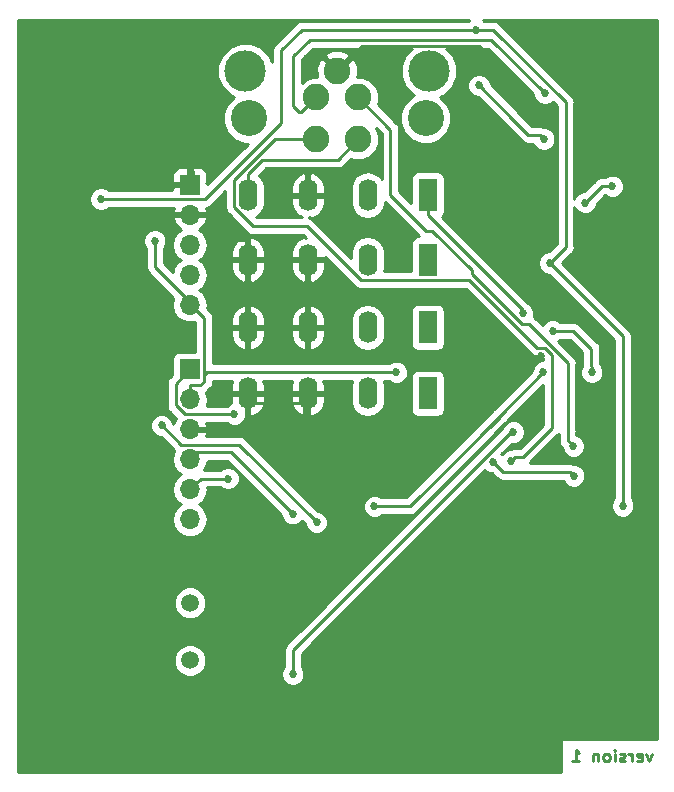
<source format=gbl>
G04 #@! TF.GenerationSoftware,KiCad,Pcbnew,5.0.0-rc2+dfsg1-3*
G04 #@! TF.CreationDate,2018-07-01T23:41:37-04:00*
G04 #@! TF.ProjectId,mystatv1,6D797374617476312E6B696361645F70,1*
G04 #@! TF.SameCoordinates,Original*
G04 #@! TF.FileFunction,Copper,L2,Bot,Signal*
G04 #@! TF.FilePolarity,Positive*
%FSLAX46Y46*%
G04 Gerber Fmt 4.6, Leading zero omitted, Abs format (unit mm)*
G04 Created by KiCad (PCBNEW 5.0.0-rc2+dfsg1-3) date Sun Jul  1 23:41:37 2018*
%MOMM*%
%LPD*%
G01*
G04 APERTURE LIST*
G04 #@! TA.AperFunction,NonConductor*
%ADD10C,0.250000*%
G04 #@! TD*
G04 #@! TA.AperFunction,ComponentPad*
%ADD11C,2.250000*%
G04 #@! TD*
G04 #@! TA.AperFunction,WasherPad*
%ADD12C,3.500000*%
G04 #@! TD*
G04 #@! TA.AperFunction,WasherPad*
%ADD13C,3.050000*%
G04 #@! TD*
G04 #@! TA.AperFunction,ComponentPad*
%ADD14O,1.600000X2.700000*%
G04 #@! TD*
G04 #@! TA.AperFunction,ComponentPad*
%ADD15R,1.600000X2.700000*%
G04 #@! TD*
G04 #@! TA.AperFunction,ComponentPad*
%ADD16O,1.700000X1.700000*%
G04 #@! TD*
G04 #@! TA.AperFunction,ComponentPad*
%ADD17R,1.700000X1.700000*%
G04 #@! TD*
G04 #@! TA.AperFunction,ComponentPad*
%ADD18C,1.500000*%
G04 #@! TD*
G04 #@! TA.AperFunction,ViaPad*
%ADD19C,0.685800*%
G04 #@! TD*
G04 #@! TA.AperFunction,Conductor*
%ADD20C,0.228600*%
G04 #@! TD*
G04 #@! TA.AperFunction,Conductor*
%ADD21C,0.254000*%
G04 #@! TD*
G04 APERTURE END LIST*
D10*
X104380952Y-112785714D02*
X104142857Y-113452380D01*
X103904761Y-112785714D01*
X103142857Y-113404761D02*
X103238095Y-113452380D01*
X103428571Y-113452380D01*
X103523809Y-113404761D01*
X103571428Y-113309523D01*
X103571428Y-112928571D01*
X103523809Y-112833333D01*
X103428571Y-112785714D01*
X103238095Y-112785714D01*
X103142857Y-112833333D01*
X103095238Y-112928571D01*
X103095238Y-113023809D01*
X103571428Y-113119047D01*
X102666666Y-113452380D02*
X102666666Y-112785714D01*
X102666666Y-112976190D02*
X102619047Y-112880952D01*
X102571428Y-112833333D01*
X102476190Y-112785714D01*
X102380952Y-112785714D01*
X102095238Y-113404761D02*
X102000000Y-113452380D01*
X101809523Y-113452380D01*
X101714285Y-113404761D01*
X101666666Y-113309523D01*
X101666666Y-113261904D01*
X101714285Y-113166666D01*
X101809523Y-113119047D01*
X101952380Y-113119047D01*
X102047619Y-113071428D01*
X102095238Y-112976190D01*
X102095238Y-112928571D01*
X102047619Y-112833333D01*
X101952380Y-112785714D01*
X101809523Y-112785714D01*
X101714285Y-112833333D01*
X101238095Y-113452380D02*
X101238095Y-112785714D01*
X101238095Y-112452380D02*
X101285714Y-112500000D01*
X101238095Y-112547619D01*
X101190476Y-112500000D01*
X101238095Y-112452380D01*
X101238095Y-112547619D01*
X100619047Y-113452380D02*
X100714285Y-113404761D01*
X100761904Y-113357142D01*
X100809523Y-113261904D01*
X100809523Y-112976190D01*
X100761904Y-112880952D01*
X100714285Y-112833333D01*
X100619047Y-112785714D01*
X100476190Y-112785714D01*
X100380952Y-112833333D01*
X100333333Y-112880952D01*
X100285714Y-112976190D01*
X100285714Y-113261904D01*
X100333333Y-113357142D01*
X100380952Y-113404761D01*
X100476190Y-113452380D01*
X100619047Y-113452380D01*
X99857142Y-112785714D02*
X99857142Y-113452380D01*
X99857142Y-112880952D02*
X99809523Y-112833333D01*
X99714285Y-112785714D01*
X99571428Y-112785714D01*
X99476190Y-112833333D01*
X99428571Y-112928571D01*
X99428571Y-113452380D01*
X97666666Y-113452380D02*
X98238095Y-113452380D01*
X97952380Y-113452380D02*
X97952380Y-112452380D01*
X98047619Y-112595238D01*
X98142857Y-112690476D01*
X98238095Y-112738095D01*
D11*
G04 #@! TO.P,P2,5*
G04 #@! TO.N,GND*
X77750000Y-55000000D03*
D12*
G04 #@! TO.P,P2,*
G04 #@! TO.N,*
X85520000Y-55000000D03*
X69980000Y-55000000D03*
D13*
X70250000Y-59000000D03*
X85250000Y-59000000D03*
D11*
G04 #@! TO.P,P2,4*
G04 #@! TO.N,/RE*
X79520000Y-57230000D03*
G04 #@! TO.P,P2,3*
G04 #@! TO.N,/CE*
X75980000Y-57230000D03*
G04 #@! TO.P,P2,2*
G04 #@! TO.N,/SE*
X75980000Y-60770000D03*
G04 #@! TO.P,P2,1*
G04 #@! TO.N,/WE*
X79520000Y-60770000D03*
G04 #@! TD*
D14*
G04 #@! TO.P,K3,4*
G04 #@! TO.N,GND*
X70170000Y-82296000D03*
G04 #@! TO.P,K3,3*
X75250000Y-82296000D03*
G04 #@! TO.P,K3,2*
G04 #@! TO.N,/RANGE2*
X80330000Y-82296000D03*
D15*
G04 #@! TO.P,K3,1*
G04 #@! TO.N,Net-(K3-Pad1)*
X85410000Y-82296000D03*
G04 #@! TD*
D14*
G04 #@! TO.P,K1,4*
G04 #@! TO.N,/WE*
X70170000Y-65500000D03*
G04 #@! TO.P,K1,3*
G04 #@! TO.N,GND*
X75250000Y-65500000D03*
G04 #@! TO.P,K1,2*
G04 #@! TO.N,/CELL_ON*
X80330000Y-65500000D03*
D15*
G04 #@! TO.P,K1,1*
G04 #@! TO.N,Net-(C24-Pad1)*
X85410000Y-65500000D03*
G04 #@! TD*
D14*
G04 #@! TO.P,K2,4*
G04 #@! TO.N,GND*
X70170000Y-70993000D03*
G04 #@! TO.P,K2,3*
X75250000Y-70993000D03*
G04 #@! TO.P,K2,2*
G04 #@! TO.N,/RANGE1*
X80330000Y-70993000D03*
D15*
G04 #@! TO.P,K2,1*
G04 #@! TO.N,Net-(K2-Pad1)*
X85410000Y-70993000D03*
G04 #@! TD*
D14*
G04 #@! TO.P,K4,4*
G04 #@! TO.N,GND*
X70170000Y-76708000D03*
G04 #@! TO.P,K4,3*
X75250000Y-76708000D03*
G04 #@! TO.P,K4,2*
G04 #@! TO.N,/RANGE3*
X80330000Y-76708000D03*
D15*
G04 #@! TO.P,K4,1*
G04 #@! TO.N,Net-(K4-Pad1)*
X85410000Y-76708000D03*
G04 #@! TD*
D16*
G04 #@! TO.P,P1,1*
G04 #@! TO.N,+5V*
X65278000Y-74803000D03*
G04 #@! TO.P,P1,2*
G04 #@! TO.N,/USB_D-*
X65278000Y-72263000D03*
G04 #@! TO.P,P1,3*
G04 #@! TO.N,/USB_D+*
X65278000Y-69723000D03*
G04 #@! TO.P,P1,4*
G04 #@! TO.N,GND*
X65278000Y-67183000D03*
D17*
G04 #@! TO.P,P1,5*
X65278000Y-64643000D03*
G04 #@! TD*
D16*
G04 #@! TO.P,P3,6*
G04 #@! TO.N,Net-(P3-Pad6)*
X65278000Y-92964000D03*
G04 #@! TO.P,P3,5*
G04 #@! TO.N,/ICSPCLK*
X65278000Y-90424000D03*
G04 #@! TO.P,P3,4*
G04 #@! TO.N,/ICSPDAT*
X65278000Y-87884000D03*
G04 #@! TO.P,P3,3*
G04 #@! TO.N,GND*
X65278000Y-85344000D03*
G04 #@! TO.P,P3,2*
G04 #@! TO.N,+5V*
X65278000Y-82804000D03*
D17*
G04 #@! TO.P,P3,1*
G04 #@! TO.N,/MCLR*
X65278000Y-80264000D03*
G04 #@! TD*
D18*
G04 #@! TO.P,X1,2*
G04 #@! TO.N,Net-(C18-Pad1)*
X65278000Y-100022000D03*
G04 #@! TO.P,X1,1*
G04 #@! TO.N,Net-(C17-Pad1)*
X65278000Y-104902000D03*
G04 #@! TD*
D19*
G04 #@! TO.N,+5V*
X82750000Y-80500000D03*
X62312400Y-69373100D03*
G04 #@! TO.N,GND*
X87292200Y-84718500D03*
X92442100Y-55581600D03*
X94999600Y-79106400D03*
X61761300Y-55289800D03*
X90500000Y-76612600D03*
G04 #@! TO.N,+9V*
X98745700Y-66137200D03*
X101051400Y-64750000D03*
G04 #@! TO.N,-9V*
X99312300Y-80510600D03*
X96000000Y-77000000D03*
G04 #@! TO.N,Net-(C10-Pad1)*
X62880000Y-85000000D03*
X76000000Y-93212400D03*
G04 #@! TO.N,Net-(C20-Pad2)*
X92657600Y-85560200D03*
X74000000Y-106058700D03*
G04 #@! TO.N,Net-(C24-Pad1)*
X93443900Y-75500800D03*
G04 #@! TO.N,/V_MEAS*
X89519200Y-51486000D03*
X101929000Y-91821000D03*
X95750000Y-71250000D03*
X57750000Y-65836200D03*
G04 #@! TO.N,/I_MEAS*
X89750000Y-56215700D03*
X95250000Y-60750000D03*
G04 #@! TO.N,/SE*
X92500000Y-88000000D03*
G04 #@! TO.N,/CE*
X95341300Y-56887800D03*
G04 #@! TO.N,/RE*
X97750000Y-86750000D03*
G04 #@! TO.N,/MCLR*
X69027500Y-84074000D03*
G04 #@! TO.N,/ICSPDAT*
X74000000Y-92482400D03*
G04 #@! TO.N,/ICSPCLK*
X68500000Y-89500000D03*
G04 #@! TO.N,Net-(R6-Pad2)*
X90936200Y-88091800D03*
X97781000Y-89281000D03*
G04 #@! TO.N,/MODE_SW*
X95206900Y-80479200D03*
X80899000Y-91851000D03*
G04 #@! TD*
D20*
G04 #@! TO.N,+5V*
X66499100Y-80560400D02*
X66499100Y-75919200D01*
X66499100Y-75919200D02*
X65532000Y-74952100D01*
X65278000Y-81610800D02*
X66172900Y-81610800D01*
X66172900Y-81610800D02*
X66499100Y-81284600D01*
X65278000Y-82804000D02*
X65278000Y-81610800D01*
X65532000Y-74952100D02*
X65532000Y-75101300D01*
X65532000Y-74803000D02*
X65532000Y-74952100D01*
X66749100Y-80500000D02*
X66499100Y-80750000D01*
X82750000Y-80500000D02*
X66749100Y-80500000D01*
X66499100Y-81284600D02*
X66499100Y-80750000D01*
X66499100Y-80750000D02*
X66499100Y-80560400D01*
X62312400Y-71583400D02*
X65532000Y-74803000D01*
X62312400Y-69373100D02*
X62312400Y-71583400D01*
G04 #@! TO.N,GND*
X92917600Y-79030100D02*
X92993800Y-79106400D01*
X92993800Y-79106400D02*
X94999600Y-79106400D01*
X90500000Y-76612600D02*
X92917600Y-79030100D01*
X92917600Y-79030100D02*
X87292200Y-84655500D01*
X87292200Y-84655500D02*
X75596300Y-84655500D01*
X75596300Y-84655500D02*
X74930000Y-83989200D01*
X87292200Y-84655500D02*
X87292200Y-84718500D01*
X77750000Y-55000000D02*
X79888000Y-52862000D01*
X79888000Y-52862000D02*
X89722500Y-52862000D01*
X89722500Y-52862000D02*
X92442100Y-55581600D01*
X69850000Y-82296000D02*
X69850000Y-83142600D01*
X74930000Y-83142600D02*
X74930000Y-83989200D01*
X74930000Y-82296000D02*
X74930000Y-83142600D01*
X74930000Y-83142600D02*
X69850000Y-83142600D01*
X65532000Y-64643000D02*
X65532000Y-63449800D01*
X65532000Y-63449800D02*
X61761300Y-59679100D01*
X61761300Y-59679100D02*
X61761300Y-55289800D01*
X65532000Y-67183000D02*
X66725200Y-67183000D01*
X70104000Y-70993000D02*
X70104000Y-69299800D01*
X70104000Y-69299800D02*
X68842000Y-69299800D01*
X68842000Y-69299800D02*
X66725200Y-67183000D01*
X74930000Y-84320000D02*
X74930000Y-82296000D01*
X65278000Y-85344000D02*
X73906000Y-85344000D01*
X73906000Y-85344000D02*
X74930000Y-84320000D01*
G04 #@! TO.N,+9V*
X100132900Y-64750000D02*
X101051400Y-64750000D01*
X98745700Y-66137200D02*
X100132900Y-64750000D01*
G04 #@! TO.N,-9V*
X99312300Y-80025667D02*
X99250000Y-79963367D01*
X99312300Y-80510600D02*
X99312300Y-80025667D01*
X99250000Y-79963367D02*
X99250000Y-78500000D01*
X99250000Y-78500000D02*
X97750000Y-77000000D01*
X97750000Y-77000000D02*
X96000000Y-77000000D01*
G04 #@! TO.N,Net-(C10-Pad1)*
X64520500Y-86640500D02*
X62880000Y-85000000D01*
X69428100Y-86640500D02*
X76000000Y-93212400D01*
X64520500Y-86640500D02*
X69428100Y-86640500D01*
G04 #@! TO.N,Net-(C20-Pad2)*
X75131000Y-102885600D02*
X92456400Y-85560200D01*
X92456400Y-85560200D02*
X92657600Y-85560200D01*
X74000000Y-104016600D02*
X75131000Y-102885600D01*
X74000000Y-106058700D02*
X74000000Y-104016600D01*
G04 #@! TO.N,Net-(C24-Pad1)*
X85410000Y-65500000D02*
X85410000Y-67193200D01*
X93443900Y-75500800D02*
X93443900Y-75227100D01*
X93443900Y-75227100D02*
X85410000Y-67193200D01*
G04 #@! TO.N,/V_MEAS*
X89519200Y-51486000D02*
X90933000Y-51486000D01*
X90933000Y-51486000D02*
X97079200Y-57632200D01*
X66573700Y-65836200D02*
X57750000Y-65836200D01*
X101929000Y-77429000D02*
X95750000Y-71250000D01*
X101929000Y-78000000D02*
X101929000Y-77429000D01*
X101929000Y-78000000D02*
X101929000Y-77821000D01*
X101929000Y-91821000D02*
X101929000Y-78000000D01*
X97079200Y-69920800D02*
X95750000Y-71250000D01*
X97079200Y-57632200D02*
X97079200Y-69920800D01*
X73000000Y-53250000D02*
X73000000Y-59409900D01*
X74764000Y-51486000D02*
X73000000Y-53250000D01*
X89519200Y-51486000D02*
X74764000Y-51486000D01*
X73000000Y-59409900D02*
X66573700Y-65836200D01*
G04 #@! TO.N,/I_MEAS*
X93941401Y-60407101D02*
X92750000Y-59215700D01*
X94907101Y-60407101D02*
X93941401Y-60407101D01*
X95250000Y-60750000D02*
X94907101Y-60407101D01*
X89750000Y-56215700D02*
X92750000Y-59215700D01*
X92750000Y-59215700D02*
X92900600Y-59366300D01*
G04 #@! TO.N,/WE*
X70170000Y-65500000D02*
X70170000Y-63751392D01*
X70170000Y-63751392D02*
X71421392Y-62500000D01*
X77790000Y-62500000D02*
X77500000Y-62500000D01*
X79520000Y-60770000D02*
X77790000Y-62500000D01*
X71421392Y-62500000D02*
X77500000Y-62500000D01*
G04 #@! TO.N,/SE*
X75980000Y-60770000D02*
X72504800Y-60770000D01*
X72504800Y-60770000D02*
X69025300Y-64249500D01*
X69025300Y-64249500D02*
X69025300Y-66538200D01*
X69025300Y-66538200D02*
X70624000Y-68136900D01*
X70624000Y-68136900D02*
X75171700Y-68136900D01*
X75171700Y-68136900D02*
X79721100Y-72686300D01*
X79721100Y-72686300D02*
X88930500Y-72686300D01*
X88930500Y-72686300D02*
X94655500Y-78411300D01*
X94655500Y-78411300D02*
X95302400Y-78411300D01*
X95302400Y-78411300D02*
X95900600Y-79009500D01*
X93493499Y-87657101D02*
X95900600Y-85250000D01*
X92842899Y-87657101D02*
X93493499Y-87657101D01*
X92500000Y-88000000D02*
X92842899Y-87657101D01*
X95900600Y-79009500D02*
X95900600Y-85250000D01*
G04 #@! TO.N,/CE*
X90796400Y-52342900D02*
X95341300Y-56887800D01*
X90796400Y-52342900D02*
X75407100Y-52342900D01*
X75407100Y-52342900D02*
X74000000Y-53750000D01*
X74000000Y-53750000D02*
X74000000Y-58000000D01*
X74000000Y-58000000D02*
X74500000Y-58500000D01*
X74710000Y-58500000D02*
X75980000Y-57230000D01*
X74500000Y-58500000D02*
X74710000Y-58500000D01*
G04 #@! TO.N,/RE*
X93398000Y-76440700D02*
X93979000Y-76440700D01*
X93979000Y-76440700D02*
X97250000Y-79711700D01*
X97250000Y-79711700D02*
X97250000Y-85500000D01*
X97250000Y-85500000D02*
X97250000Y-85500000D01*
X97250000Y-85500000D02*
X97250000Y-86250000D01*
X97250000Y-86250000D02*
X97750000Y-86750000D01*
X97750000Y-86750000D02*
X97750000Y-86750000D01*
X93368814Y-76440700D02*
X93979000Y-76440700D01*
X89119883Y-72191769D02*
X93368814Y-76440700D01*
X82250000Y-59960000D02*
X82250000Y-65500000D01*
X89119883Y-71869883D02*
X89119883Y-72191769D01*
X79520000Y-57230000D02*
X82250000Y-59960000D01*
X85250000Y-68500000D02*
X85750000Y-68500000D01*
X82250000Y-65500000D02*
X85250000Y-68500000D01*
X85750000Y-68500000D02*
X89119883Y-71869883D01*
G04 #@! TO.N,/MCLR*
X65278000Y-80264000D02*
X64069700Y-81472300D01*
X64069700Y-81472300D02*
X64069700Y-83298300D01*
X64069700Y-83298300D02*
X64845400Y-84074000D01*
X64845400Y-84074000D02*
X69027500Y-84074000D01*
G04 #@! TO.N,/ICSPDAT*
X65366000Y-87884000D02*
X65278000Y-87884000D01*
X66000000Y-87250000D02*
X65366000Y-87884000D01*
X73639501Y-92139501D02*
X68750000Y-87250000D01*
X73657101Y-92139501D02*
X73639501Y-92139501D01*
X68750000Y-87250000D02*
X66000000Y-87250000D01*
X74000000Y-92482400D02*
X73657101Y-92139501D01*
G04 #@! TO.N,/ICSPCLK*
X66202000Y-89500000D02*
X65278000Y-90424000D01*
X68500000Y-89500000D02*
X66202000Y-89500000D01*
G04 #@! TO.N,Net-(R6-Pad2)*
X91782501Y-88938101D02*
X91750000Y-88905600D01*
X97438101Y-88938101D02*
X91782501Y-88938101D01*
X97781000Y-89281000D02*
X97438101Y-88938101D01*
X90936200Y-88091800D02*
X91750000Y-88905600D01*
G04 #@! TO.N,/MODE_SW*
X83899000Y-91851000D02*
X91500000Y-84250000D01*
X80899000Y-91851000D02*
X83899000Y-91851000D01*
X95206900Y-80479200D02*
X91500000Y-84186100D01*
X91500000Y-84250000D02*
X91500000Y-84186100D01*
X91500000Y-84186100D02*
X89808700Y-85877400D01*
G04 #@! TD*
D21*
G04 #@! TO.N,GND*
G36*
X88885541Y-50736700D02*
X74837796Y-50736700D01*
X74764000Y-50722021D01*
X74690204Y-50736700D01*
X74690203Y-50736700D01*
X74471638Y-50780175D01*
X74223785Y-50945785D01*
X74181981Y-51008349D01*
X72522352Y-52667979D01*
X72459785Y-52709785D01*
X72294175Y-52957639D01*
X72250700Y-53176203D01*
X72236021Y-53250000D01*
X72250700Y-53323796D01*
X72250700Y-54249650D01*
X72001905Y-53649006D01*
X71330994Y-52978095D01*
X70454406Y-52615000D01*
X69505594Y-52615000D01*
X68629006Y-52978095D01*
X67958095Y-53649006D01*
X67595000Y-54525594D01*
X67595000Y-55474406D01*
X67958095Y-56350994D01*
X68629006Y-57021905D01*
X69013946Y-57181352D01*
X68418840Y-57776458D01*
X68090000Y-58570349D01*
X68090000Y-59429651D01*
X68418840Y-60223542D01*
X69026458Y-60831160D01*
X69820349Y-61160000D01*
X70190230Y-61160000D01*
X66763000Y-64587231D01*
X66763000Y-64515998D01*
X66604252Y-64515998D01*
X66763000Y-64357250D01*
X66763000Y-63666690D01*
X66666327Y-63433301D01*
X66487698Y-63254673D01*
X66254309Y-63158000D01*
X65563750Y-63158000D01*
X65405000Y-63316750D01*
X65405000Y-64516000D01*
X65425000Y-64516000D01*
X65425000Y-64770000D01*
X65405000Y-64770000D01*
X65405000Y-64790000D01*
X65151000Y-64790000D01*
X65151000Y-64770000D01*
X63951750Y-64770000D01*
X63793000Y-64928750D01*
X63793000Y-65086900D01*
X58383659Y-65086900D01*
X58303936Y-65007177D01*
X57944516Y-64858300D01*
X57555484Y-64858300D01*
X57196064Y-65007177D01*
X56920977Y-65282264D01*
X56772100Y-65641684D01*
X56772100Y-66030716D01*
X56920977Y-66390136D01*
X57196064Y-66665223D01*
X57555484Y-66814100D01*
X57944516Y-66814100D01*
X58303936Y-66665223D01*
X58383659Y-66585500D01*
X63936182Y-66585500D01*
X63836524Y-66826110D01*
X63957845Y-67056000D01*
X65151000Y-67056000D01*
X65151000Y-67036000D01*
X65405000Y-67036000D01*
X65405000Y-67056000D01*
X66598155Y-67056000D01*
X66719476Y-66826110D01*
X66621925Y-66590586D01*
X66647496Y-66585500D01*
X66647497Y-66585500D01*
X66866062Y-66542025D01*
X67113915Y-66376415D01*
X67155721Y-66313848D01*
X68276000Y-65193569D01*
X68276001Y-66464400D01*
X68261321Y-66538200D01*
X68318590Y-66826110D01*
X68319476Y-66830562D01*
X68485086Y-67078415D01*
X68547650Y-67120219D01*
X70041981Y-68614551D01*
X70083785Y-68677115D01*
X70331638Y-68842725D01*
X70550203Y-68886200D01*
X70623999Y-68900879D01*
X70697795Y-68886200D01*
X74861331Y-68886200D01*
X75122998Y-69147867D01*
X75122998Y-69173084D01*
X74900961Y-69051096D01*
X74818181Y-69068633D01*
X74325104Y-69338500D01*
X73972834Y-69776517D01*
X73815000Y-70316000D01*
X73815000Y-70866000D01*
X75123000Y-70866000D01*
X75123000Y-70846000D01*
X75377000Y-70846000D01*
X75377000Y-70866000D01*
X76685000Y-70866000D01*
X76685000Y-70709869D01*
X79139081Y-73163951D01*
X79180885Y-73226515D01*
X79428738Y-73392125D01*
X79647303Y-73435600D01*
X79721099Y-73450279D01*
X79794895Y-73435600D01*
X88620131Y-73435600D01*
X94073481Y-78888951D01*
X94115285Y-78951515D01*
X94263288Y-79050408D01*
X94363137Y-79117125D01*
X94655500Y-79175279D01*
X94729297Y-79160600D01*
X94992031Y-79160600D01*
X95151300Y-79319870D01*
X95151300Y-79501300D01*
X95012384Y-79501300D01*
X94652964Y-79650177D01*
X94377877Y-79925264D01*
X94229000Y-80284684D01*
X94229000Y-80397430D01*
X91022352Y-83604079D01*
X91022346Y-83604083D01*
X90959785Y-83645885D01*
X90917983Y-83708446D01*
X89226683Y-85399748D01*
X89102876Y-85585038D01*
X89102276Y-85588054D01*
X83588631Y-91101700D01*
X81532659Y-91101700D01*
X81452936Y-91021977D01*
X81093516Y-90873100D01*
X80704484Y-90873100D01*
X80345064Y-91021977D01*
X80069977Y-91297064D01*
X79921100Y-91656484D01*
X79921100Y-92045516D01*
X80069977Y-92404936D01*
X80345064Y-92680023D01*
X80704484Y-92828900D01*
X81093516Y-92828900D01*
X81452936Y-92680023D01*
X81532659Y-92600300D01*
X83825204Y-92600300D01*
X83899000Y-92614979D01*
X83972796Y-92600300D01*
X83972797Y-92600300D01*
X84191362Y-92556825D01*
X84439215Y-92391215D01*
X84481021Y-92328648D01*
X91977652Y-84832018D01*
X92040215Y-84790215D01*
X92205825Y-84542362D01*
X92206425Y-84539344D01*
X95151300Y-81594469D01*
X95151301Y-84939629D01*
X93183130Y-86907801D01*
X92916694Y-86907801D01*
X92842898Y-86893122D01*
X92769102Y-86907801D01*
X92550537Y-86951276D01*
X92444541Y-87022100D01*
X92305484Y-87022100D01*
X91946064Y-87170977D01*
X91672200Y-87444841D01*
X91651814Y-87424455D01*
X92538170Y-86538100D01*
X92852116Y-86538100D01*
X93211536Y-86389223D01*
X93486623Y-86114136D01*
X93635500Y-85754716D01*
X93635500Y-85365684D01*
X93486623Y-85006264D01*
X93211536Y-84731177D01*
X92852116Y-84582300D01*
X92463084Y-84582300D01*
X92103664Y-84731177D01*
X91828577Y-85006264D01*
X91742247Y-85214683D01*
X74653350Y-102303581D01*
X74653347Y-102303583D01*
X73522349Y-103434581D01*
X73459786Y-103476385D01*
X73344062Y-103649579D01*
X73294176Y-103724238D01*
X73236021Y-104016600D01*
X73250701Y-104090400D01*
X73250700Y-105425041D01*
X73170977Y-105504764D01*
X73022100Y-105864184D01*
X73022100Y-106253216D01*
X73170977Y-106612636D01*
X73446064Y-106887723D01*
X73805484Y-107036600D01*
X74194516Y-107036600D01*
X74553936Y-106887723D01*
X74829023Y-106612636D01*
X74977900Y-106253216D01*
X74977900Y-105864184D01*
X74829023Y-105504764D01*
X74749300Y-105425041D01*
X74749300Y-104326969D01*
X75713017Y-103363253D01*
X75713019Y-103363250D01*
X90268855Y-88807414D01*
X90382264Y-88920823D01*
X90741684Y-89069700D01*
X90854430Y-89069700D01*
X91200482Y-89415752D01*
X91242286Y-89478316D01*
X91490139Y-89643926D01*
X91708704Y-89687401D01*
X91708705Y-89687401D01*
X91782500Y-89702080D01*
X91856296Y-89687401D01*
X96890866Y-89687401D01*
X96951977Y-89834936D01*
X97227064Y-90110023D01*
X97586484Y-90258900D01*
X97975516Y-90258900D01*
X98334936Y-90110023D01*
X98610023Y-89834936D01*
X98758900Y-89475516D01*
X98758900Y-89086484D01*
X98610023Y-88727064D01*
X98334936Y-88451977D01*
X97975516Y-88303100D01*
X97836459Y-88303100D01*
X97730463Y-88232276D01*
X97511898Y-88188801D01*
X97511897Y-88188801D01*
X97438101Y-88174122D01*
X97364305Y-88188801D01*
X94039404Y-88188801D01*
X94075520Y-88134749D01*
X96378251Y-85832019D01*
X96440815Y-85790215D01*
X96500700Y-85700591D01*
X96500700Y-86176204D01*
X96486021Y-86250000D01*
X96500700Y-86323796D01*
X96500700Y-86323797D01*
X96544176Y-86542362D01*
X96709786Y-86790215D01*
X96772100Y-86831852D01*
X96772100Y-86944516D01*
X96920977Y-87303936D01*
X97196064Y-87579023D01*
X97555484Y-87727900D01*
X97944516Y-87727900D01*
X98303936Y-87579023D01*
X98579023Y-87303936D01*
X98727900Y-86944516D01*
X98727900Y-86555484D01*
X98579023Y-86196064D01*
X98303936Y-85920977D01*
X97999300Y-85794792D01*
X97999300Y-85573797D01*
X98013979Y-85500000D01*
X97999300Y-85426203D01*
X97999300Y-79785497D01*
X98013979Y-79711700D01*
X97955825Y-79419337D01*
X97852017Y-79263979D01*
X97790215Y-79171485D01*
X97727652Y-79129682D01*
X96464174Y-77866204D01*
X96553936Y-77829023D01*
X96633659Y-77749300D01*
X97439631Y-77749300D01*
X98500701Y-78810371D01*
X98500700Y-79889571D01*
X98488367Y-79951574D01*
X98483277Y-79956664D01*
X98334400Y-80316084D01*
X98334400Y-80705116D01*
X98483277Y-81064536D01*
X98758364Y-81339623D01*
X99117784Y-81488500D01*
X99506816Y-81488500D01*
X99866236Y-81339623D01*
X100141323Y-81064536D01*
X100290200Y-80705116D01*
X100290200Y-80316084D01*
X100141323Y-79956664D01*
X100042995Y-79858336D01*
X100018125Y-79733305D01*
X99999300Y-79705131D01*
X99999300Y-78573795D01*
X100013979Y-78499999D01*
X99999300Y-78426203D01*
X99955825Y-78207638D01*
X99790215Y-77959785D01*
X99727651Y-77917981D01*
X98332021Y-76522352D01*
X98290215Y-76459785D01*
X98042362Y-76294175D01*
X97823797Y-76250700D01*
X97823796Y-76250700D01*
X97750000Y-76236021D01*
X97676204Y-76250700D01*
X96633659Y-76250700D01*
X96553936Y-76170977D01*
X96194516Y-76022100D01*
X95805484Y-76022100D01*
X95446064Y-76170977D01*
X95170977Y-76446064D01*
X95133796Y-76535827D01*
X94561021Y-75963052D01*
X94519215Y-75900485D01*
X94376355Y-75805029D01*
X94421800Y-75695316D01*
X94421800Y-75306284D01*
X94272923Y-74946864D01*
X93997836Y-74671777D01*
X93913182Y-74636712D01*
X86617736Y-67341267D01*
X86667809Y-67307809D01*
X86808157Y-67097765D01*
X86857440Y-66850000D01*
X86857440Y-64150000D01*
X86808157Y-63902235D01*
X86667809Y-63692191D01*
X86457765Y-63551843D01*
X86210000Y-63502560D01*
X84610000Y-63502560D01*
X84362235Y-63551843D01*
X84152191Y-63692191D01*
X84011843Y-63902235D01*
X83962560Y-64150000D01*
X83962560Y-66152891D01*
X82999300Y-65189631D01*
X82999300Y-60033795D01*
X83013979Y-59959999D01*
X82995458Y-59866887D01*
X82955825Y-59667638D01*
X82790215Y-59419785D01*
X82727652Y-59377982D01*
X81177416Y-57827746D01*
X81280000Y-57580086D01*
X81280000Y-56879914D01*
X81012056Y-56233040D01*
X80516960Y-55737944D01*
X79870086Y-55470000D01*
X79453835Y-55470000D01*
X79520170Y-55294371D01*
X79498075Y-54594549D01*
X79272773Y-54050621D01*
X78992947Y-53936658D01*
X77929605Y-55000000D01*
X77943748Y-55014143D01*
X77764143Y-55193748D01*
X77750000Y-55179605D01*
X77735858Y-55193748D01*
X77556253Y-55014143D01*
X77570395Y-55000000D01*
X76507053Y-53936658D01*
X76227227Y-54050621D01*
X75979830Y-54705629D01*
X76001925Y-55405451D01*
X76028662Y-55470000D01*
X75629914Y-55470000D01*
X74983040Y-55737944D01*
X74749300Y-55971684D01*
X74749300Y-54060369D01*
X75052616Y-53757053D01*
X76686658Y-53757053D01*
X77750000Y-54820395D01*
X78813342Y-53757053D01*
X78699379Y-53477227D01*
X78044371Y-53229830D01*
X77344549Y-53251925D01*
X76800621Y-53477227D01*
X76686658Y-53757053D01*
X75052616Y-53757053D01*
X75717470Y-53092200D01*
X84054901Y-53092200D01*
X83498095Y-53649006D01*
X83135000Y-54525594D01*
X83135000Y-55474406D01*
X83498095Y-56350994D01*
X84169006Y-57021905D01*
X84275098Y-57065850D01*
X84026458Y-57168840D01*
X83418840Y-57776458D01*
X83090000Y-58570349D01*
X83090000Y-59429651D01*
X83418840Y-60223542D01*
X84026458Y-60831160D01*
X84820349Y-61160000D01*
X85679651Y-61160000D01*
X86473542Y-60831160D01*
X87081160Y-60223542D01*
X87410000Y-59429651D01*
X87410000Y-58570349D01*
X87081160Y-57776458D01*
X86486054Y-57181352D01*
X86870994Y-57021905D01*
X87541905Y-56350994D01*
X87678516Y-56021184D01*
X88772100Y-56021184D01*
X88772100Y-56410216D01*
X88920977Y-56769636D01*
X89196064Y-57044723D01*
X89555484Y-57193600D01*
X89668231Y-57193600D01*
X92272347Y-59797717D01*
X92272350Y-59797719D01*
X93359384Y-60884755D01*
X93401186Y-60947316D01*
X93649039Y-61112926D01*
X93867604Y-61156401D01*
X93941400Y-61171080D01*
X94015196Y-61156401D01*
X94359866Y-61156401D01*
X94420977Y-61303936D01*
X94696064Y-61579023D01*
X95055484Y-61727900D01*
X95444516Y-61727900D01*
X95803936Y-61579023D01*
X96079023Y-61303936D01*
X96227900Y-60944516D01*
X96227900Y-60555484D01*
X96079023Y-60196064D01*
X95803936Y-59920977D01*
X95444516Y-59772100D01*
X95305459Y-59772100D01*
X95199463Y-59701276D01*
X94980898Y-59657801D01*
X94980897Y-59657801D01*
X94907101Y-59643122D01*
X94833305Y-59657801D01*
X94251772Y-59657801D01*
X93332019Y-58738050D01*
X93332017Y-58738047D01*
X90727900Y-56133931D01*
X90727900Y-56021184D01*
X90579023Y-55661764D01*
X90303936Y-55386677D01*
X89944516Y-55237800D01*
X89555484Y-55237800D01*
X89196064Y-55386677D01*
X88920977Y-55661764D01*
X88772100Y-56021184D01*
X87678516Y-56021184D01*
X87905000Y-55474406D01*
X87905000Y-54525594D01*
X87541905Y-53649006D01*
X86985099Y-53092200D01*
X90486031Y-53092200D01*
X94363400Y-56969570D01*
X94363400Y-57082316D01*
X94512277Y-57441736D01*
X94787364Y-57716823D01*
X95146784Y-57865700D01*
X95535816Y-57865700D01*
X95895236Y-57716823D01*
X95999694Y-57612365D01*
X96329900Y-57942571D01*
X96329901Y-69610429D01*
X95668231Y-70272100D01*
X95555484Y-70272100D01*
X95196064Y-70420977D01*
X94920977Y-70696064D01*
X94772100Y-71055484D01*
X94772100Y-71444516D01*
X94920977Y-71803936D01*
X95196064Y-72079023D01*
X95555484Y-72227900D01*
X95668231Y-72227900D01*
X101179700Y-77739370D01*
X101179700Y-78073796D01*
X101179701Y-78073801D01*
X101179700Y-91187341D01*
X101099977Y-91267064D01*
X100951100Y-91626484D01*
X100951100Y-92015516D01*
X101099977Y-92374936D01*
X101375064Y-92650023D01*
X101734484Y-92798900D01*
X102123516Y-92798900D01*
X102482936Y-92650023D01*
X102758023Y-92374936D01*
X102906900Y-92015516D01*
X102906900Y-91626484D01*
X102758023Y-91267064D01*
X102678300Y-91187341D01*
X102678300Y-77502797D01*
X102692979Y-77429000D01*
X102634825Y-77136637D01*
X102530774Y-76980915D01*
X102469215Y-76888785D01*
X102406651Y-76846981D01*
X96809669Y-71250000D01*
X97556851Y-70502819D01*
X97619415Y-70461015D01*
X97745644Y-70272100D01*
X97785025Y-70213163D01*
X97843179Y-69920800D01*
X97828500Y-69847003D01*
X97828500Y-66478258D01*
X97916677Y-66691136D01*
X98191764Y-66966223D01*
X98551184Y-67115100D01*
X98940216Y-67115100D01*
X99299636Y-66966223D01*
X99574723Y-66691136D01*
X99723600Y-66331716D01*
X99723600Y-66218969D01*
X100430505Y-65512064D01*
X100497464Y-65579023D01*
X100856884Y-65727900D01*
X101245916Y-65727900D01*
X101605336Y-65579023D01*
X101880423Y-65303936D01*
X102029300Y-64944516D01*
X102029300Y-64555484D01*
X101880423Y-64196064D01*
X101605336Y-63920977D01*
X101245916Y-63772100D01*
X100856884Y-63772100D01*
X100497464Y-63920977D01*
X100417741Y-64000700D01*
X100206695Y-64000700D01*
X100132899Y-63986021D01*
X100059103Y-64000700D01*
X99840538Y-64044175D01*
X99592685Y-64209785D01*
X99550881Y-64272349D01*
X98663931Y-65159300D01*
X98551184Y-65159300D01*
X98191764Y-65308177D01*
X97916677Y-65583264D01*
X97828500Y-65796142D01*
X97828500Y-57705995D01*
X97843179Y-57632199D01*
X97808884Y-57459786D01*
X97785025Y-57339838D01*
X97619415Y-57091985D01*
X97556855Y-57050184D01*
X91515021Y-51008352D01*
X91473215Y-50945785D01*
X91225362Y-50780175D01*
X91006797Y-50736700D01*
X91006796Y-50736700D01*
X90933000Y-50722021D01*
X90859204Y-50736700D01*
X90152859Y-50736700D01*
X90101159Y-50685000D01*
X104815000Y-50685000D01*
X104815001Y-111582500D01*
X96716191Y-111582500D01*
X96716191Y-114315000D01*
X50685000Y-114315000D01*
X50685000Y-104626506D01*
X63893000Y-104626506D01*
X63893000Y-105177494D01*
X64103853Y-105686540D01*
X64493460Y-106076147D01*
X65002506Y-106287000D01*
X65553494Y-106287000D01*
X66062540Y-106076147D01*
X66452147Y-105686540D01*
X66663000Y-105177494D01*
X66663000Y-104626506D01*
X66452147Y-104117460D01*
X66062540Y-103727853D01*
X65553494Y-103517000D01*
X65002506Y-103517000D01*
X64493460Y-103727853D01*
X64103853Y-104117460D01*
X63893000Y-104626506D01*
X50685000Y-104626506D01*
X50685000Y-99746506D01*
X63893000Y-99746506D01*
X63893000Y-100297494D01*
X64103853Y-100806540D01*
X64493460Y-101196147D01*
X65002506Y-101407000D01*
X65553494Y-101407000D01*
X66062540Y-101196147D01*
X66452147Y-100806540D01*
X66663000Y-100297494D01*
X66663000Y-99746506D01*
X66452147Y-99237460D01*
X66062540Y-98847853D01*
X65553494Y-98637000D01*
X65002506Y-98637000D01*
X64493460Y-98847853D01*
X64103853Y-99237460D01*
X63893000Y-99746506D01*
X50685000Y-99746506D01*
X50685000Y-69178584D01*
X61334500Y-69178584D01*
X61334500Y-69567616D01*
X61483377Y-69927036D01*
X61563100Y-70006759D01*
X61563101Y-71509600D01*
X61548421Y-71583400D01*
X61605406Y-71869882D01*
X61606576Y-71875762D01*
X61772186Y-72123615D01*
X61834750Y-72165419D01*
X63884669Y-74215339D01*
X63879161Y-74223582D01*
X63763908Y-74803000D01*
X63879161Y-75382418D01*
X64207375Y-75873625D01*
X64698582Y-76201839D01*
X65131744Y-76288000D01*
X65424256Y-76288000D01*
X65744525Y-76224295D01*
X65749801Y-76229571D01*
X65749800Y-78766560D01*
X64428000Y-78766560D01*
X64180235Y-78815843D01*
X63970191Y-78956191D01*
X63829843Y-79166235D01*
X63780560Y-79414000D01*
X63780560Y-80701771D01*
X63592051Y-80890279D01*
X63529485Y-80932085D01*
X63363875Y-81179939D01*
X63334221Y-81329023D01*
X63305721Y-81472300D01*
X63320400Y-81546096D01*
X63320401Y-83224500D01*
X63305721Y-83298300D01*
X63354629Y-83544176D01*
X63363876Y-83590662D01*
X63529486Y-83838515D01*
X63592049Y-83880318D01*
X64141029Y-84429299D01*
X64006355Y-84577076D01*
X63862958Y-84923289D01*
X63857900Y-84918231D01*
X63857900Y-84805484D01*
X63709023Y-84446064D01*
X63433936Y-84170977D01*
X63074516Y-84022100D01*
X62685484Y-84022100D01*
X62326064Y-84170977D01*
X62050977Y-84446064D01*
X61902100Y-84805484D01*
X61902100Y-85194516D01*
X62050977Y-85553936D01*
X62326064Y-85829023D01*
X62685484Y-85977900D01*
X62798231Y-85977900D01*
X63938481Y-87118151D01*
X63971106Y-87166977D01*
X63879161Y-87304582D01*
X63763908Y-87884000D01*
X63879161Y-88463418D01*
X64207375Y-88954625D01*
X64505761Y-89154000D01*
X64207375Y-89353375D01*
X63879161Y-89844582D01*
X63763908Y-90424000D01*
X63879161Y-91003418D01*
X64207375Y-91494625D01*
X64505761Y-91694000D01*
X64207375Y-91893375D01*
X63879161Y-92384582D01*
X63763908Y-92964000D01*
X63879161Y-93543418D01*
X64207375Y-94034625D01*
X64698582Y-94362839D01*
X65131744Y-94449000D01*
X65424256Y-94449000D01*
X65857418Y-94362839D01*
X66348625Y-94034625D01*
X66676839Y-93543418D01*
X66792092Y-92964000D01*
X66676839Y-92384582D01*
X66348625Y-91893375D01*
X66050239Y-91694000D01*
X66348625Y-91494625D01*
X66676839Y-91003418D01*
X66792092Y-90424000D01*
X66757342Y-90249300D01*
X67866341Y-90249300D01*
X67946064Y-90329023D01*
X68305484Y-90477900D01*
X68694516Y-90477900D01*
X69053936Y-90329023D01*
X69329023Y-90053936D01*
X69477900Y-89694516D01*
X69477900Y-89305484D01*
X69329023Y-88946064D01*
X69053936Y-88670977D01*
X68694516Y-88522100D01*
X68305484Y-88522100D01*
X67946064Y-88670977D01*
X67866341Y-88750700D01*
X66484883Y-88750700D01*
X66676839Y-88463418D01*
X66769157Y-87999300D01*
X68439631Y-87999300D01*
X73022100Y-92581770D01*
X73022100Y-92676916D01*
X73170977Y-93036336D01*
X73446064Y-93311423D01*
X73805484Y-93460300D01*
X74194516Y-93460300D01*
X74553936Y-93311423D01*
X74796645Y-93068714D01*
X75022100Y-93294170D01*
X75022100Y-93406916D01*
X75170977Y-93766336D01*
X75446064Y-94041423D01*
X75805484Y-94190300D01*
X76194516Y-94190300D01*
X76553936Y-94041423D01*
X76829023Y-93766336D01*
X76977900Y-93406916D01*
X76977900Y-93017884D01*
X76829023Y-92658464D01*
X76553936Y-92383377D01*
X76194516Y-92234500D01*
X76081770Y-92234500D01*
X70010121Y-86162852D01*
X69968315Y-86100285D01*
X69720462Y-85934675D01*
X69501897Y-85891200D01*
X69501896Y-85891200D01*
X69428100Y-85876521D01*
X69354304Y-85891200D01*
X66640652Y-85891200D01*
X66719476Y-85700890D01*
X66598155Y-85471000D01*
X65405000Y-85471000D01*
X65405000Y-85491000D01*
X65151000Y-85491000D01*
X65151000Y-85471000D01*
X65131000Y-85471000D01*
X65131000Y-85217000D01*
X65151000Y-85217000D01*
X65151000Y-85197000D01*
X65405000Y-85197000D01*
X65405000Y-85217000D01*
X66598155Y-85217000D01*
X66719476Y-84987110D01*
X66651628Y-84823300D01*
X68393841Y-84823300D01*
X68473564Y-84903023D01*
X68832984Y-85051900D01*
X69222016Y-85051900D01*
X69581436Y-84903023D01*
X69856523Y-84627936D01*
X70005400Y-84268516D01*
X70005400Y-84136573D01*
X70043000Y-84115915D01*
X70043000Y-82423000D01*
X70297000Y-82423000D01*
X70297000Y-84115915D01*
X70519039Y-84237904D01*
X70601819Y-84220367D01*
X71094896Y-83950500D01*
X71447166Y-83512483D01*
X71605000Y-82973000D01*
X71605000Y-82423000D01*
X73815000Y-82423000D01*
X73815000Y-82973000D01*
X73972834Y-83512483D01*
X74325104Y-83950500D01*
X74818181Y-84220367D01*
X74900961Y-84237904D01*
X75123000Y-84115915D01*
X75123000Y-82423000D01*
X75377000Y-82423000D01*
X75377000Y-84115915D01*
X75599039Y-84237904D01*
X75681819Y-84220367D01*
X76174896Y-83950500D01*
X76527166Y-83512483D01*
X76685000Y-82973000D01*
X76685000Y-82423000D01*
X75377000Y-82423000D01*
X75123000Y-82423000D01*
X73815000Y-82423000D01*
X71605000Y-82423000D01*
X70297000Y-82423000D01*
X70043000Y-82423000D01*
X68735000Y-82423000D01*
X68735000Y-82973000D01*
X68777713Y-83118994D01*
X68473564Y-83244977D01*
X68393841Y-83324700D01*
X66688519Y-83324700D01*
X66792092Y-82804000D01*
X66676839Y-82224582D01*
X66654052Y-82190479D01*
X66713115Y-82151015D01*
X66754920Y-82088449D01*
X66976751Y-81866619D01*
X67039315Y-81824815D01*
X67204925Y-81576962D01*
X67248400Y-81358397D01*
X67248400Y-81358396D01*
X67263079Y-81284601D01*
X67256057Y-81249300D01*
X68843161Y-81249300D01*
X68735000Y-81619000D01*
X68735000Y-82169000D01*
X70043000Y-82169000D01*
X70043000Y-82149000D01*
X70297000Y-82149000D01*
X70297000Y-82169000D01*
X71605000Y-82169000D01*
X71605000Y-81619000D01*
X71496839Y-81249300D01*
X73923161Y-81249300D01*
X73815000Y-81619000D01*
X73815000Y-82169000D01*
X75123000Y-82169000D01*
X75123000Y-82149000D01*
X75377000Y-82149000D01*
X75377000Y-82169000D01*
X76685000Y-82169000D01*
X76685000Y-81619000D01*
X76576839Y-81249300D01*
X78965687Y-81249300D01*
X78895000Y-81604667D01*
X78895000Y-82987332D01*
X78978260Y-83405908D01*
X79295423Y-83880576D01*
X79770091Y-84197740D01*
X80330000Y-84309113D01*
X80889908Y-84197740D01*
X81364576Y-83880577D01*
X81681740Y-83405909D01*
X81765000Y-82987333D01*
X81765000Y-81604667D01*
X81694313Y-81249300D01*
X82116341Y-81249300D01*
X82196064Y-81329023D01*
X82555484Y-81477900D01*
X82944516Y-81477900D01*
X83303936Y-81329023D01*
X83579023Y-81053936D01*
X83623731Y-80946000D01*
X83962560Y-80946000D01*
X83962560Y-83646000D01*
X84011843Y-83893765D01*
X84152191Y-84103809D01*
X84362235Y-84244157D01*
X84610000Y-84293440D01*
X86210000Y-84293440D01*
X86457765Y-84244157D01*
X86667809Y-84103809D01*
X86808157Y-83893765D01*
X86857440Y-83646000D01*
X86857440Y-80946000D01*
X86808157Y-80698235D01*
X86667809Y-80488191D01*
X86457765Y-80347843D01*
X86210000Y-80298560D01*
X84610000Y-80298560D01*
X84362235Y-80347843D01*
X84152191Y-80488191D01*
X84011843Y-80698235D01*
X83962560Y-80946000D01*
X83623731Y-80946000D01*
X83727900Y-80694516D01*
X83727900Y-80305484D01*
X83579023Y-79946064D01*
X83303936Y-79670977D01*
X82944516Y-79522100D01*
X82555484Y-79522100D01*
X82196064Y-79670977D01*
X82116341Y-79750700D01*
X67248400Y-79750700D01*
X67248400Y-76835000D01*
X68735000Y-76835000D01*
X68735000Y-77385000D01*
X68892834Y-77924483D01*
X69245104Y-78362500D01*
X69738181Y-78632367D01*
X69820961Y-78649904D01*
X70043000Y-78527915D01*
X70043000Y-76835000D01*
X70297000Y-76835000D01*
X70297000Y-78527915D01*
X70519039Y-78649904D01*
X70601819Y-78632367D01*
X71094896Y-78362500D01*
X71447166Y-77924483D01*
X71605000Y-77385000D01*
X71605000Y-76835000D01*
X73815000Y-76835000D01*
X73815000Y-77385000D01*
X73972834Y-77924483D01*
X74325104Y-78362500D01*
X74818181Y-78632367D01*
X74900961Y-78649904D01*
X75123000Y-78527915D01*
X75123000Y-76835000D01*
X75377000Y-76835000D01*
X75377000Y-78527915D01*
X75599039Y-78649904D01*
X75681819Y-78632367D01*
X76174896Y-78362500D01*
X76527166Y-77924483D01*
X76685000Y-77385000D01*
X76685000Y-76835000D01*
X75377000Y-76835000D01*
X75123000Y-76835000D01*
X73815000Y-76835000D01*
X71605000Y-76835000D01*
X70297000Y-76835000D01*
X70043000Y-76835000D01*
X68735000Y-76835000D01*
X67248400Y-76835000D01*
X67248400Y-76031000D01*
X68735000Y-76031000D01*
X68735000Y-76581000D01*
X70043000Y-76581000D01*
X70043000Y-74888085D01*
X70297000Y-74888085D01*
X70297000Y-76581000D01*
X71605000Y-76581000D01*
X71605000Y-76031000D01*
X73815000Y-76031000D01*
X73815000Y-76581000D01*
X75123000Y-76581000D01*
X75123000Y-74888085D01*
X75377000Y-74888085D01*
X75377000Y-76581000D01*
X76685000Y-76581000D01*
X76685000Y-76031000D01*
X76680807Y-76016667D01*
X78895000Y-76016667D01*
X78895000Y-77399332D01*
X78978260Y-77817908D01*
X79295423Y-78292576D01*
X79770091Y-78609740D01*
X80330000Y-78721113D01*
X80889908Y-78609740D01*
X81364576Y-78292577D01*
X81681740Y-77817909D01*
X81765000Y-77399333D01*
X81765000Y-76016667D01*
X81681740Y-75598091D01*
X81521317Y-75358000D01*
X83962560Y-75358000D01*
X83962560Y-78058000D01*
X84011843Y-78305765D01*
X84152191Y-78515809D01*
X84362235Y-78656157D01*
X84610000Y-78705440D01*
X86210000Y-78705440D01*
X86457765Y-78656157D01*
X86667809Y-78515809D01*
X86808157Y-78305765D01*
X86857440Y-78058000D01*
X86857440Y-75358000D01*
X86808157Y-75110235D01*
X86667809Y-74900191D01*
X86457765Y-74759843D01*
X86210000Y-74710560D01*
X84610000Y-74710560D01*
X84362235Y-74759843D01*
X84152191Y-74900191D01*
X84011843Y-75110235D01*
X83962560Y-75358000D01*
X81521317Y-75358000D01*
X81364577Y-75123423D01*
X80889909Y-74806260D01*
X80330000Y-74694887D01*
X79770092Y-74806260D01*
X79295424Y-75123423D01*
X78978260Y-75598091D01*
X78895000Y-76016667D01*
X76680807Y-76016667D01*
X76527166Y-75491517D01*
X76174896Y-75053500D01*
X75681819Y-74783633D01*
X75599039Y-74766096D01*
X75377000Y-74888085D01*
X75123000Y-74888085D01*
X74900961Y-74766096D01*
X74818181Y-74783633D01*
X74325104Y-75053500D01*
X73972834Y-75491517D01*
X73815000Y-76031000D01*
X71605000Y-76031000D01*
X71447166Y-75491517D01*
X71094896Y-75053500D01*
X70601819Y-74783633D01*
X70519039Y-74766096D01*
X70297000Y-74888085D01*
X70043000Y-74888085D01*
X69820961Y-74766096D01*
X69738181Y-74783633D01*
X69245104Y-75053500D01*
X68892834Y-75491517D01*
X68735000Y-76031000D01*
X67248400Y-76031000D01*
X67248400Y-75992996D01*
X67263079Y-75919200D01*
X67240786Y-75807125D01*
X67204925Y-75626838D01*
X67039315Y-75378985D01*
X66976751Y-75337181D01*
X66734103Y-75094533D01*
X66792092Y-74803000D01*
X66676839Y-74223582D01*
X66348625Y-73732375D01*
X66050239Y-73533000D01*
X66348625Y-73333625D01*
X66676839Y-72842418D01*
X66792092Y-72263000D01*
X66676839Y-71683582D01*
X66348625Y-71192375D01*
X66240309Y-71120000D01*
X68735000Y-71120000D01*
X68735000Y-71670000D01*
X68892834Y-72209483D01*
X69245104Y-72647500D01*
X69738181Y-72917367D01*
X69820961Y-72934904D01*
X70043000Y-72812915D01*
X70043000Y-71120000D01*
X70297000Y-71120000D01*
X70297000Y-72812915D01*
X70519039Y-72934904D01*
X70601819Y-72917367D01*
X71094896Y-72647500D01*
X71447166Y-72209483D01*
X71605000Y-71670000D01*
X71605000Y-71120000D01*
X73815000Y-71120000D01*
X73815000Y-71670000D01*
X73972834Y-72209483D01*
X74325104Y-72647500D01*
X74818181Y-72917367D01*
X74900961Y-72934904D01*
X75123000Y-72812915D01*
X75123000Y-71120000D01*
X75377000Y-71120000D01*
X75377000Y-72812915D01*
X75599039Y-72934904D01*
X75681819Y-72917367D01*
X76174896Y-72647500D01*
X76527166Y-72209483D01*
X76685000Y-71670000D01*
X76685000Y-71120000D01*
X75377000Y-71120000D01*
X75123000Y-71120000D01*
X73815000Y-71120000D01*
X71605000Y-71120000D01*
X70297000Y-71120000D01*
X70043000Y-71120000D01*
X68735000Y-71120000D01*
X66240309Y-71120000D01*
X66050239Y-70993000D01*
X66348625Y-70793625D01*
X66667763Y-70316000D01*
X68735000Y-70316000D01*
X68735000Y-70866000D01*
X70043000Y-70866000D01*
X70043000Y-69173085D01*
X70297000Y-69173085D01*
X70297000Y-70866000D01*
X71605000Y-70866000D01*
X71605000Y-70316000D01*
X71447166Y-69776517D01*
X71094896Y-69338500D01*
X70601819Y-69068633D01*
X70519039Y-69051096D01*
X70297000Y-69173085D01*
X70043000Y-69173085D01*
X69820961Y-69051096D01*
X69738181Y-69068633D01*
X69245104Y-69338500D01*
X68892834Y-69776517D01*
X68735000Y-70316000D01*
X66667763Y-70316000D01*
X66676839Y-70302418D01*
X66792092Y-69723000D01*
X66676839Y-69143582D01*
X66348625Y-68652375D01*
X66029522Y-68439157D01*
X66159358Y-68378183D01*
X66549645Y-67949924D01*
X66719476Y-67539890D01*
X66598155Y-67310000D01*
X65405000Y-67310000D01*
X65405000Y-67330000D01*
X65151000Y-67330000D01*
X65151000Y-67310000D01*
X63957845Y-67310000D01*
X63836524Y-67539890D01*
X64006355Y-67949924D01*
X64396642Y-68378183D01*
X64526478Y-68439157D01*
X64207375Y-68652375D01*
X63879161Y-69143582D01*
X63763908Y-69723000D01*
X63879161Y-70302418D01*
X64207375Y-70793625D01*
X64505761Y-70993000D01*
X64207375Y-71192375D01*
X63879161Y-71683582D01*
X63811651Y-72022981D01*
X63061700Y-71273031D01*
X63061700Y-70006759D01*
X63141423Y-69927036D01*
X63290300Y-69567616D01*
X63290300Y-69178584D01*
X63141423Y-68819164D01*
X62866336Y-68544077D01*
X62506916Y-68395200D01*
X62117884Y-68395200D01*
X61758464Y-68544077D01*
X61483377Y-68819164D01*
X61334500Y-69178584D01*
X50685000Y-69178584D01*
X50685000Y-63666690D01*
X63793000Y-63666690D01*
X63793000Y-64357250D01*
X63951750Y-64516000D01*
X65151000Y-64516000D01*
X65151000Y-63316750D01*
X64992250Y-63158000D01*
X64301691Y-63158000D01*
X64068302Y-63254673D01*
X63889673Y-63433301D01*
X63793000Y-63666690D01*
X50685000Y-63666690D01*
X50685000Y-50685000D01*
X88937241Y-50685000D01*
X88885541Y-50736700D01*
X88885541Y-50736700D01*
G37*
X88885541Y-50736700D02*
X74837796Y-50736700D01*
X74764000Y-50722021D01*
X74690204Y-50736700D01*
X74690203Y-50736700D01*
X74471638Y-50780175D01*
X74223785Y-50945785D01*
X74181981Y-51008349D01*
X72522352Y-52667979D01*
X72459785Y-52709785D01*
X72294175Y-52957639D01*
X72250700Y-53176203D01*
X72236021Y-53250000D01*
X72250700Y-53323796D01*
X72250700Y-54249650D01*
X72001905Y-53649006D01*
X71330994Y-52978095D01*
X70454406Y-52615000D01*
X69505594Y-52615000D01*
X68629006Y-52978095D01*
X67958095Y-53649006D01*
X67595000Y-54525594D01*
X67595000Y-55474406D01*
X67958095Y-56350994D01*
X68629006Y-57021905D01*
X69013946Y-57181352D01*
X68418840Y-57776458D01*
X68090000Y-58570349D01*
X68090000Y-59429651D01*
X68418840Y-60223542D01*
X69026458Y-60831160D01*
X69820349Y-61160000D01*
X70190230Y-61160000D01*
X66763000Y-64587231D01*
X66763000Y-64515998D01*
X66604252Y-64515998D01*
X66763000Y-64357250D01*
X66763000Y-63666690D01*
X66666327Y-63433301D01*
X66487698Y-63254673D01*
X66254309Y-63158000D01*
X65563750Y-63158000D01*
X65405000Y-63316750D01*
X65405000Y-64516000D01*
X65425000Y-64516000D01*
X65425000Y-64770000D01*
X65405000Y-64770000D01*
X65405000Y-64790000D01*
X65151000Y-64790000D01*
X65151000Y-64770000D01*
X63951750Y-64770000D01*
X63793000Y-64928750D01*
X63793000Y-65086900D01*
X58383659Y-65086900D01*
X58303936Y-65007177D01*
X57944516Y-64858300D01*
X57555484Y-64858300D01*
X57196064Y-65007177D01*
X56920977Y-65282264D01*
X56772100Y-65641684D01*
X56772100Y-66030716D01*
X56920977Y-66390136D01*
X57196064Y-66665223D01*
X57555484Y-66814100D01*
X57944516Y-66814100D01*
X58303936Y-66665223D01*
X58383659Y-66585500D01*
X63936182Y-66585500D01*
X63836524Y-66826110D01*
X63957845Y-67056000D01*
X65151000Y-67056000D01*
X65151000Y-67036000D01*
X65405000Y-67036000D01*
X65405000Y-67056000D01*
X66598155Y-67056000D01*
X66719476Y-66826110D01*
X66621925Y-66590586D01*
X66647496Y-66585500D01*
X66647497Y-66585500D01*
X66866062Y-66542025D01*
X67113915Y-66376415D01*
X67155721Y-66313848D01*
X68276000Y-65193569D01*
X68276001Y-66464400D01*
X68261321Y-66538200D01*
X68318590Y-66826110D01*
X68319476Y-66830562D01*
X68485086Y-67078415D01*
X68547650Y-67120219D01*
X70041981Y-68614551D01*
X70083785Y-68677115D01*
X70331638Y-68842725D01*
X70550203Y-68886200D01*
X70623999Y-68900879D01*
X70697795Y-68886200D01*
X74861331Y-68886200D01*
X75122998Y-69147867D01*
X75122998Y-69173084D01*
X74900961Y-69051096D01*
X74818181Y-69068633D01*
X74325104Y-69338500D01*
X73972834Y-69776517D01*
X73815000Y-70316000D01*
X73815000Y-70866000D01*
X75123000Y-70866000D01*
X75123000Y-70846000D01*
X75377000Y-70846000D01*
X75377000Y-70866000D01*
X76685000Y-70866000D01*
X76685000Y-70709869D01*
X79139081Y-73163951D01*
X79180885Y-73226515D01*
X79428738Y-73392125D01*
X79647303Y-73435600D01*
X79721099Y-73450279D01*
X79794895Y-73435600D01*
X88620131Y-73435600D01*
X94073481Y-78888951D01*
X94115285Y-78951515D01*
X94263288Y-79050408D01*
X94363137Y-79117125D01*
X94655500Y-79175279D01*
X94729297Y-79160600D01*
X94992031Y-79160600D01*
X95151300Y-79319870D01*
X95151300Y-79501300D01*
X95012384Y-79501300D01*
X94652964Y-79650177D01*
X94377877Y-79925264D01*
X94229000Y-80284684D01*
X94229000Y-80397430D01*
X91022352Y-83604079D01*
X91022346Y-83604083D01*
X90959785Y-83645885D01*
X90917983Y-83708446D01*
X89226683Y-85399748D01*
X89102876Y-85585038D01*
X89102276Y-85588054D01*
X83588631Y-91101700D01*
X81532659Y-91101700D01*
X81452936Y-91021977D01*
X81093516Y-90873100D01*
X80704484Y-90873100D01*
X80345064Y-91021977D01*
X80069977Y-91297064D01*
X79921100Y-91656484D01*
X79921100Y-92045516D01*
X80069977Y-92404936D01*
X80345064Y-92680023D01*
X80704484Y-92828900D01*
X81093516Y-92828900D01*
X81452936Y-92680023D01*
X81532659Y-92600300D01*
X83825204Y-92600300D01*
X83899000Y-92614979D01*
X83972796Y-92600300D01*
X83972797Y-92600300D01*
X84191362Y-92556825D01*
X84439215Y-92391215D01*
X84481021Y-92328648D01*
X91977652Y-84832018D01*
X92040215Y-84790215D01*
X92205825Y-84542362D01*
X92206425Y-84539344D01*
X95151300Y-81594469D01*
X95151301Y-84939629D01*
X93183130Y-86907801D01*
X92916694Y-86907801D01*
X92842898Y-86893122D01*
X92769102Y-86907801D01*
X92550537Y-86951276D01*
X92444541Y-87022100D01*
X92305484Y-87022100D01*
X91946064Y-87170977D01*
X91672200Y-87444841D01*
X91651814Y-87424455D01*
X92538170Y-86538100D01*
X92852116Y-86538100D01*
X93211536Y-86389223D01*
X93486623Y-86114136D01*
X93635500Y-85754716D01*
X93635500Y-85365684D01*
X93486623Y-85006264D01*
X93211536Y-84731177D01*
X92852116Y-84582300D01*
X92463084Y-84582300D01*
X92103664Y-84731177D01*
X91828577Y-85006264D01*
X91742247Y-85214683D01*
X74653350Y-102303581D01*
X74653347Y-102303583D01*
X73522349Y-103434581D01*
X73459786Y-103476385D01*
X73344062Y-103649579D01*
X73294176Y-103724238D01*
X73236021Y-104016600D01*
X73250701Y-104090400D01*
X73250700Y-105425041D01*
X73170977Y-105504764D01*
X73022100Y-105864184D01*
X73022100Y-106253216D01*
X73170977Y-106612636D01*
X73446064Y-106887723D01*
X73805484Y-107036600D01*
X74194516Y-107036600D01*
X74553936Y-106887723D01*
X74829023Y-106612636D01*
X74977900Y-106253216D01*
X74977900Y-105864184D01*
X74829023Y-105504764D01*
X74749300Y-105425041D01*
X74749300Y-104326969D01*
X75713017Y-103363253D01*
X75713019Y-103363250D01*
X90268855Y-88807414D01*
X90382264Y-88920823D01*
X90741684Y-89069700D01*
X90854430Y-89069700D01*
X91200482Y-89415752D01*
X91242286Y-89478316D01*
X91490139Y-89643926D01*
X91708704Y-89687401D01*
X91708705Y-89687401D01*
X91782500Y-89702080D01*
X91856296Y-89687401D01*
X96890866Y-89687401D01*
X96951977Y-89834936D01*
X97227064Y-90110023D01*
X97586484Y-90258900D01*
X97975516Y-90258900D01*
X98334936Y-90110023D01*
X98610023Y-89834936D01*
X98758900Y-89475516D01*
X98758900Y-89086484D01*
X98610023Y-88727064D01*
X98334936Y-88451977D01*
X97975516Y-88303100D01*
X97836459Y-88303100D01*
X97730463Y-88232276D01*
X97511898Y-88188801D01*
X97511897Y-88188801D01*
X97438101Y-88174122D01*
X97364305Y-88188801D01*
X94039404Y-88188801D01*
X94075520Y-88134749D01*
X96378251Y-85832019D01*
X96440815Y-85790215D01*
X96500700Y-85700591D01*
X96500700Y-86176204D01*
X96486021Y-86250000D01*
X96500700Y-86323796D01*
X96500700Y-86323797D01*
X96544176Y-86542362D01*
X96709786Y-86790215D01*
X96772100Y-86831852D01*
X96772100Y-86944516D01*
X96920977Y-87303936D01*
X97196064Y-87579023D01*
X97555484Y-87727900D01*
X97944516Y-87727900D01*
X98303936Y-87579023D01*
X98579023Y-87303936D01*
X98727900Y-86944516D01*
X98727900Y-86555484D01*
X98579023Y-86196064D01*
X98303936Y-85920977D01*
X97999300Y-85794792D01*
X97999300Y-85573797D01*
X98013979Y-85500000D01*
X97999300Y-85426203D01*
X97999300Y-79785497D01*
X98013979Y-79711700D01*
X97955825Y-79419337D01*
X97852017Y-79263979D01*
X97790215Y-79171485D01*
X97727652Y-79129682D01*
X96464174Y-77866204D01*
X96553936Y-77829023D01*
X96633659Y-77749300D01*
X97439631Y-77749300D01*
X98500701Y-78810371D01*
X98500700Y-79889571D01*
X98488367Y-79951574D01*
X98483277Y-79956664D01*
X98334400Y-80316084D01*
X98334400Y-80705116D01*
X98483277Y-81064536D01*
X98758364Y-81339623D01*
X99117784Y-81488500D01*
X99506816Y-81488500D01*
X99866236Y-81339623D01*
X100141323Y-81064536D01*
X100290200Y-80705116D01*
X100290200Y-80316084D01*
X100141323Y-79956664D01*
X100042995Y-79858336D01*
X100018125Y-79733305D01*
X99999300Y-79705131D01*
X99999300Y-78573795D01*
X100013979Y-78499999D01*
X99999300Y-78426203D01*
X99955825Y-78207638D01*
X99790215Y-77959785D01*
X99727651Y-77917981D01*
X98332021Y-76522352D01*
X98290215Y-76459785D01*
X98042362Y-76294175D01*
X97823797Y-76250700D01*
X97823796Y-76250700D01*
X97750000Y-76236021D01*
X97676204Y-76250700D01*
X96633659Y-76250700D01*
X96553936Y-76170977D01*
X96194516Y-76022100D01*
X95805484Y-76022100D01*
X95446064Y-76170977D01*
X95170977Y-76446064D01*
X95133796Y-76535827D01*
X94561021Y-75963052D01*
X94519215Y-75900485D01*
X94376355Y-75805029D01*
X94421800Y-75695316D01*
X94421800Y-75306284D01*
X94272923Y-74946864D01*
X93997836Y-74671777D01*
X93913182Y-74636712D01*
X86617736Y-67341267D01*
X86667809Y-67307809D01*
X86808157Y-67097765D01*
X86857440Y-66850000D01*
X86857440Y-64150000D01*
X86808157Y-63902235D01*
X86667809Y-63692191D01*
X86457765Y-63551843D01*
X86210000Y-63502560D01*
X84610000Y-63502560D01*
X84362235Y-63551843D01*
X84152191Y-63692191D01*
X84011843Y-63902235D01*
X83962560Y-64150000D01*
X83962560Y-66152891D01*
X82999300Y-65189631D01*
X82999300Y-60033795D01*
X83013979Y-59959999D01*
X82995458Y-59866887D01*
X82955825Y-59667638D01*
X82790215Y-59419785D01*
X82727652Y-59377982D01*
X81177416Y-57827746D01*
X81280000Y-57580086D01*
X81280000Y-56879914D01*
X81012056Y-56233040D01*
X80516960Y-55737944D01*
X79870086Y-55470000D01*
X79453835Y-55470000D01*
X79520170Y-55294371D01*
X79498075Y-54594549D01*
X79272773Y-54050621D01*
X78992947Y-53936658D01*
X77929605Y-55000000D01*
X77943748Y-55014143D01*
X77764143Y-55193748D01*
X77750000Y-55179605D01*
X77735858Y-55193748D01*
X77556253Y-55014143D01*
X77570395Y-55000000D01*
X76507053Y-53936658D01*
X76227227Y-54050621D01*
X75979830Y-54705629D01*
X76001925Y-55405451D01*
X76028662Y-55470000D01*
X75629914Y-55470000D01*
X74983040Y-55737944D01*
X74749300Y-55971684D01*
X74749300Y-54060369D01*
X75052616Y-53757053D01*
X76686658Y-53757053D01*
X77750000Y-54820395D01*
X78813342Y-53757053D01*
X78699379Y-53477227D01*
X78044371Y-53229830D01*
X77344549Y-53251925D01*
X76800621Y-53477227D01*
X76686658Y-53757053D01*
X75052616Y-53757053D01*
X75717470Y-53092200D01*
X84054901Y-53092200D01*
X83498095Y-53649006D01*
X83135000Y-54525594D01*
X83135000Y-55474406D01*
X83498095Y-56350994D01*
X84169006Y-57021905D01*
X84275098Y-57065850D01*
X84026458Y-57168840D01*
X83418840Y-57776458D01*
X83090000Y-58570349D01*
X83090000Y-59429651D01*
X83418840Y-60223542D01*
X84026458Y-60831160D01*
X84820349Y-61160000D01*
X85679651Y-61160000D01*
X86473542Y-60831160D01*
X87081160Y-60223542D01*
X87410000Y-59429651D01*
X87410000Y-58570349D01*
X87081160Y-57776458D01*
X86486054Y-57181352D01*
X86870994Y-57021905D01*
X87541905Y-56350994D01*
X87678516Y-56021184D01*
X88772100Y-56021184D01*
X88772100Y-56410216D01*
X88920977Y-56769636D01*
X89196064Y-57044723D01*
X89555484Y-57193600D01*
X89668231Y-57193600D01*
X92272347Y-59797717D01*
X92272350Y-59797719D01*
X93359384Y-60884755D01*
X93401186Y-60947316D01*
X93649039Y-61112926D01*
X93867604Y-61156401D01*
X93941400Y-61171080D01*
X94015196Y-61156401D01*
X94359866Y-61156401D01*
X94420977Y-61303936D01*
X94696064Y-61579023D01*
X95055484Y-61727900D01*
X95444516Y-61727900D01*
X95803936Y-61579023D01*
X96079023Y-61303936D01*
X96227900Y-60944516D01*
X96227900Y-60555484D01*
X96079023Y-60196064D01*
X95803936Y-59920977D01*
X95444516Y-59772100D01*
X95305459Y-59772100D01*
X95199463Y-59701276D01*
X94980898Y-59657801D01*
X94980897Y-59657801D01*
X94907101Y-59643122D01*
X94833305Y-59657801D01*
X94251772Y-59657801D01*
X93332019Y-58738050D01*
X93332017Y-58738047D01*
X90727900Y-56133931D01*
X90727900Y-56021184D01*
X90579023Y-55661764D01*
X90303936Y-55386677D01*
X89944516Y-55237800D01*
X89555484Y-55237800D01*
X89196064Y-55386677D01*
X88920977Y-55661764D01*
X88772100Y-56021184D01*
X87678516Y-56021184D01*
X87905000Y-55474406D01*
X87905000Y-54525594D01*
X87541905Y-53649006D01*
X86985099Y-53092200D01*
X90486031Y-53092200D01*
X94363400Y-56969570D01*
X94363400Y-57082316D01*
X94512277Y-57441736D01*
X94787364Y-57716823D01*
X95146784Y-57865700D01*
X95535816Y-57865700D01*
X95895236Y-57716823D01*
X95999694Y-57612365D01*
X96329900Y-57942571D01*
X96329901Y-69610429D01*
X95668231Y-70272100D01*
X95555484Y-70272100D01*
X95196064Y-70420977D01*
X94920977Y-70696064D01*
X94772100Y-71055484D01*
X94772100Y-71444516D01*
X94920977Y-71803936D01*
X95196064Y-72079023D01*
X95555484Y-72227900D01*
X95668231Y-72227900D01*
X101179700Y-77739370D01*
X101179700Y-78073796D01*
X101179701Y-78073801D01*
X101179700Y-91187341D01*
X101099977Y-91267064D01*
X100951100Y-91626484D01*
X100951100Y-92015516D01*
X101099977Y-92374936D01*
X101375064Y-92650023D01*
X101734484Y-92798900D01*
X102123516Y-92798900D01*
X102482936Y-92650023D01*
X102758023Y-92374936D01*
X102906900Y-92015516D01*
X102906900Y-91626484D01*
X102758023Y-91267064D01*
X102678300Y-91187341D01*
X102678300Y-77502797D01*
X102692979Y-77429000D01*
X102634825Y-77136637D01*
X102530774Y-76980915D01*
X102469215Y-76888785D01*
X102406651Y-76846981D01*
X96809669Y-71250000D01*
X97556851Y-70502819D01*
X97619415Y-70461015D01*
X97745644Y-70272100D01*
X97785025Y-70213163D01*
X97843179Y-69920800D01*
X97828500Y-69847003D01*
X97828500Y-66478258D01*
X97916677Y-66691136D01*
X98191764Y-66966223D01*
X98551184Y-67115100D01*
X98940216Y-67115100D01*
X99299636Y-66966223D01*
X99574723Y-66691136D01*
X99723600Y-66331716D01*
X99723600Y-66218969D01*
X100430505Y-65512064D01*
X100497464Y-65579023D01*
X100856884Y-65727900D01*
X101245916Y-65727900D01*
X101605336Y-65579023D01*
X101880423Y-65303936D01*
X102029300Y-64944516D01*
X102029300Y-64555484D01*
X101880423Y-64196064D01*
X101605336Y-63920977D01*
X101245916Y-63772100D01*
X100856884Y-63772100D01*
X100497464Y-63920977D01*
X100417741Y-64000700D01*
X100206695Y-64000700D01*
X100132899Y-63986021D01*
X100059103Y-64000700D01*
X99840538Y-64044175D01*
X99592685Y-64209785D01*
X99550881Y-64272349D01*
X98663931Y-65159300D01*
X98551184Y-65159300D01*
X98191764Y-65308177D01*
X97916677Y-65583264D01*
X97828500Y-65796142D01*
X97828500Y-57705995D01*
X97843179Y-57632199D01*
X97808884Y-57459786D01*
X97785025Y-57339838D01*
X97619415Y-57091985D01*
X97556855Y-57050184D01*
X91515021Y-51008352D01*
X91473215Y-50945785D01*
X91225362Y-50780175D01*
X91006797Y-50736700D01*
X91006796Y-50736700D01*
X90933000Y-50722021D01*
X90859204Y-50736700D01*
X90152859Y-50736700D01*
X90101159Y-50685000D01*
X104815000Y-50685000D01*
X104815001Y-111582500D01*
X96716191Y-111582500D01*
X96716191Y-114315000D01*
X50685000Y-114315000D01*
X50685000Y-104626506D01*
X63893000Y-104626506D01*
X63893000Y-105177494D01*
X64103853Y-105686540D01*
X64493460Y-106076147D01*
X65002506Y-106287000D01*
X65553494Y-106287000D01*
X66062540Y-106076147D01*
X66452147Y-105686540D01*
X66663000Y-105177494D01*
X66663000Y-104626506D01*
X66452147Y-104117460D01*
X66062540Y-103727853D01*
X65553494Y-103517000D01*
X65002506Y-103517000D01*
X64493460Y-103727853D01*
X64103853Y-104117460D01*
X63893000Y-104626506D01*
X50685000Y-104626506D01*
X50685000Y-99746506D01*
X63893000Y-99746506D01*
X63893000Y-100297494D01*
X64103853Y-100806540D01*
X64493460Y-101196147D01*
X65002506Y-101407000D01*
X65553494Y-101407000D01*
X66062540Y-101196147D01*
X66452147Y-100806540D01*
X66663000Y-100297494D01*
X66663000Y-99746506D01*
X66452147Y-99237460D01*
X66062540Y-98847853D01*
X65553494Y-98637000D01*
X65002506Y-98637000D01*
X64493460Y-98847853D01*
X64103853Y-99237460D01*
X63893000Y-99746506D01*
X50685000Y-99746506D01*
X50685000Y-69178584D01*
X61334500Y-69178584D01*
X61334500Y-69567616D01*
X61483377Y-69927036D01*
X61563100Y-70006759D01*
X61563101Y-71509600D01*
X61548421Y-71583400D01*
X61605406Y-71869882D01*
X61606576Y-71875762D01*
X61772186Y-72123615D01*
X61834750Y-72165419D01*
X63884669Y-74215339D01*
X63879161Y-74223582D01*
X63763908Y-74803000D01*
X63879161Y-75382418D01*
X64207375Y-75873625D01*
X64698582Y-76201839D01*
X65131744Y-76288000D01*
X65424256Y-76288000D01*
X65744525Y-76224295D01*
X65749801Y-76229571D01*
X65749800Y-78766560D01*
X64428000Y-78766560D01*
X64180235Y-78815843D01*
X63970191Y-78956191D01*
X63829843Y-79166235D01*
X63780560Y-79414000D01*
X63780560Y-80701771D01*
X63592051Y-80890279D01*
X63529485Y-80932085D01*
X63363875Y-81179939D01*
X63334221Y-81329023D01*
X63305721Y-81472300D01*
X63320400Y-81546096D01*
X63320401Y-83224500D01*
X63305721Y-83298300D01*
X63354629Y-83544176D01*
X63363876Y-83590662D01*
X63529486Y-83838515D01*
X63592049Y-83880318D01*
X64141029Y-84429299D01*
X64006355Y-84577076D01*
X63862958Y-84923289D01*
X63857900Y-84918231D01*
X63857900Y-84805484D01*
X63709023Y-84446064D01*
X63433936Y-84170977D01*
X63074516Y-84022100D01*
X62685484Y-84022100D01*
X62326064Y-84170977D01*
X62050977Y-84446064D01*
X61902100Y-84805484D01*
X61902100Y-85194516D01*
X62050977Y-85553936D01*
X62326064Y-85829023D01*
X62685484Y-85977900D01*
X62798231Y-85977900D01*
X63938481Y-87118151D01*
X63971106Y-87166977D01*
X63879161Y-87304582D01*
X63763908Y-87884000D01*
X63879161Y-88463418D01*
X64207375Y-88954625D01*
X64505761Y-89154000D01*
X64207375Y-89353375D01*
X63879161Y-89844582D01*
X63763908Y-90424000D01*
X63879161Y-91003418D01*
X64207375Y-91494625D01*
X64505761Y-91694000D01*
X64207375Y-91893375D01*
X63879161Y-92384582D01*
X63763908Y-92964000D01*
X63879161Y-93543418D01*
X64207375Y-94034625D01*
X64698582Y-94362839D01*
X65131744Y-94449000D01*
X65424256Y-94449000D01*
X65857418Y-94362839D01*
X66348625Y-94034625D01*
X66676839Y-93543418D01*
X66792092Y-92964000D01*
X66676839Y-92384582D01*
X66348625Y-91893375D01*
X66050239Y-91694000D01*
X66348625Y-91494625D01*
X66676839Y-91003418D01*
X66792092Y-90424000D01*
X66757342Y-90249300D01*
X67866341Y-90249300D01*
X67946064Y-90329023D01*
X68305484Y-90477900D01*
X68694516Y-90477900D01*
X69053936Y-90329023D01*
X69329023Y-90053936D01*
X69477900Y-89694516D01*
X69477900Y-89305484D01*
X69329023Y-88946064D01*
X69053936Y-88670977D01*
X68694516Y-88522100D01*
X68305484Y-88522100D01*
X67946064Y-88670977D01*
X67866341Y-88750700D01*
X66484883Y-88750700D01*
X66676839Y-88463418D01*
X66769157Y-87999300D01*
X68439631Y-87999300D01*
X73022100Y-92581770D01*
X73022100Y-92676916D01*
X73170977Y-93036336D01*
X73446064Y-93311423D01*
X73805484Y-93460300D01*
X74194516Y-93460300D01*
X74553936Y-93311423D01*
X74796645Y-93068714D01*
X75022100Y-93294170D01*
X75022100Y-93406916D01*
X75170977Y-93766336D01*
X75446064Y-94041423D01*
X75805484Y-94190300D01*
X76194516Y-94190300D01*
X76553936Y-94041423D01*
X76829023Y-93766336D01*
X76977900Y-93406916D01*
X76977900Y-93017884D01*
X76829023Y-92658464D01*
X76553936Y-92383377D01*
X76194516Y-92234500D01*
X76081770Y-92234500D01*
X70010121Y-86162852D01*
X69968315Y-86100285D01*
X69720462Y-85934675D01*
X69501897Y-85891200D01*
X69501896Y-85891200D01*
X69428100Y-85876521D01*
X69354304Y-85891200D01*
X66640652Y-85891200D01*
X66719476Y-85700890D01*
X66598155Y-85471000D01*
X65405000Y-85471000D01*
X65405000Y-85491000D01*
X65151000Y-85491000D01*
X65151000Y-85471000D01*
X65131000Y-85471000D01*
X65131000Y-85217000D01*
X65151000Y-85217000D01*
X65151000Y-85197000D01*
X65405000Y-85197000D01*
X65405000Y-85217000D01*
X66598155Y-85217000D01*
X66719476Y-84987110D01*
X66651628Y-84823300D01*
X68393841Y-84823300D01*
X68473564Y-84903023D01*
X68832984Y-85051900D01*
X69222016Y-85051900D01*
X69581436Y-84903023D01*
X69856523Y-84627936D01*
X70005400Y-84268516D01*
X70005400Y-84136573D01*
X70043000Y-84115915D01*
X70043000Y-82423000D01*
X70297000Y-82423000D01*
X70297000Y-84115915D01*
X70519039Y-84237904D01*
X70601819Y-84220367D01*
X71094896Y-83950500D01*
X71447166Y-83512483D01*
X71605000Y-82973000D01*
X71605000Y-82423000D01*
X73815000Y-82423000D01*
X73815000Y-82973000D01*
X73972834Y-83512483D01*
X74325104Y-83950500D01*
X74818181Y-84220367D01*
X74900961Y-84237904D01*
X75123000Y-84115915D01*
X75123000Y-82423000D01*
X75377000Y-82423000D01*
X75377000Y-84115915D01*
X75599039Y-84237904D01*
X75681819Y-84220367D01*
X76174896Y-83950500D01*
X76527166Y-83512483D01*
X76685000Y-82973000D01*
X76685000Y-82423000D01*
X75377000Y-82423000D01*
X75123000Y-82423000D01*
X73815000Y-82423000D01*
X71605000Y-82423000D01*
X70297000Y-82423000D01*
X70043000Y-82423000D01*
X68735000Y-82423000D01*
X68735000Y-82973000D01*
X68777713Y-83118994D01*
X68473564Y-83244977D01*
X68393841Y-83324700D01*
X66688519Y-83324700D01*
X66792092Y-82804000D01*
X66676839Y-82224582D01*
X66654052Y-82190479D01*
X66713115Y-82151015D01*
X66754920Y-82088449D01*
X66976751Y-81866619D01*
X67039315Y-81824815D01*
X67204925Y-81576962D01*
X67248400Y-81358397D01*
X67248400Y-81358396D01*
X67263079Y-81284601D01*
X67256057Y-81249300D01*
X68843161Y-81249300D01*
X68735000Y-81619000D01*
X68735000Y-82169000D01*
X70043000Y-82169000D01*
X70043000Y-82149000D01*
X70297000Y-82149000D01*
X70297000Y-82169000D01*
X71605000Y-82169000D01*
X71605000Y-81619000D01*
X71496839Y-81249300D01*
X73923161Y-81249300D01*
X73815000Y-81619000D01*
X73815000Y-82169000D01*
X75123000Y-82169000D01*
X75123000Y-82149000D01*
X75377000Y-82149000D01*
X75377000Y-82169000D01*
X76685000Y-82169000D01*
X76685000Y-81619000D01*
X76576839Y-81249300D01*
X78965687Y-81249300D01*
X78895000Y-81604667D01*
X78895000Y-82987332D01*
X78978260Y-83405908D01*
X79295423Y-83880576D01*
X79770091Y-84197740D01*
X80330000Y-84309113D01*
X80889908Y-84197740D01*
X81364576Y-83880577D01*
X81681740Y-83405909D01*
X81765000Y-82987333D01*
X81765000Y-81604667D01*
X81694313Y-81249300D01*
X82116341Y-81249300D01*
X82196064Y-81329023D01*
X82555484Y-81477900D01*
X82944516Y-81477900D01*
X83303936Y-81329023D01*
X83579023Y-81053936D01*
X83623731Y-80946000D01*
X83962560Y-80946000D01*
X83962560Y-83646000D01*
X84011843Y-83893765D01*
X84152191Y-84103809D01*
X84362235Y-84244157D01*
X84610000Y-84293440D01*
X86210000Y-84293440D01*
X86457765Y-84244157D01*
X86667809Y-84103809D01*
X86808157Y-83893765D01*
X86857440Y-83646000D01*
X86857440Y-80946000D01*
X86808157Y-80698235D01*
X86667809Y-80488191D01*
X86457765Y-80347843D01*
X86210000Y-80298560D01*
X84610000Y-80298560D01*
X84362235Y-80347843D01*
X84152191Y-80488191D01*
X84011843Y-80698235D01*
X83962560Y-80946000D01*
X83623731Y-80946000D01*
X83727900Y-80694516D01*
X83727900Y-80305484D01*
X83579023Y-79946064D01*
X83303936Y-79670977D01*
X82944516Y-79522100D01*
X82555484Y-79522100D01*
X82196064Y-79670977D01*
X82116341Y-79750700D01*
X67248400Y-79750700D01*
X67248400Y-76835000D01*
X68735000Y-76835000D01*
X68735000Y-77385000D01*
X68892834Y-77924483D01*
X69245104Y-78362500D01*
X69738181Y-78632367D01*
X69820961Y-78649904D01*
X70043000Y-78527915D01*
X70043000Y-76835000D01*
X70297000Y-76835000D01*
X70297000Y-78527915D01*
X70519039Y-78649904D01*
X70601819Y-78632367D01*
X71094896Y-78362500D01*
X71447166Y-77924483D01*
X71605000Y-77385000D01*
X71605000Y-76835000D01*
X73815000Y-76835000D01*
X73815000Y-77385000D01*
X73972834Y-77924483D01*
X74325104Y-78362500D01*
X74818181Y-78632367D01*
X74900961Y-78649904D01*
X75123000Y-78527915D01*
X75123000Y-76835000D01*
X75377000Y-76835000D01*
X75377000Y-78527915D01*
X75599039Y-78649904D01*
X75681819Y-78632367D01*
X76174896Y-78362500D01*
X76527166Y-77924483D01*
X76685000Y-77385000D01*
X76685000Y-76835000D01*
X75377000Y-76835000D01*
X75123000Y-76835000D01*
X73815000Y-76835000D01*
X71605000Y-76835000D01*
X70297000Y-76835000D01*
X70043000Y-76835000D01*
X68735000Y-76835000D01*
X67248400Y-76835000D01*
X67248400Y-76031000D01*
X68735000Y-76031000D01*
X68735000Y-76581000D01*
X70043000Y-76581000D01*
X70043000Y-74888085D01*
X70297000Y-74888085D01*
X70297000Y-76581000D01*
X71605000Y-76581000D01*
X71605000Y-76031000D01*
X73815000Y-76031000D01*
X73815000Y-76581000D01*
X75123000Y-76581000D01*
X75123000Y-74888085D01*
X75377000Y-74888085D01*
X75377000Y-76581000D01*
X76685000Y-76581000D01*
X76685000Y-76031000D01*
X76680807Y-76016667D01*
X78895000Y-76016667D01*
X78895000Y-77399332D01*
X78978260Y-77817908D01*
X79295423Y-78292576D01*
X79770091Y-78609740D01*
X80330000Y-78721113D01*
X80889908Y-78609740D01*
X81364576Y-78292577D01*
X81681740Y-77817909D01*
X81765000Y-77399333D01*
X81765000Y-76016667D01*
X81681740Y-75598091D01*
X81521317Y-75358000D01*
X83962560Y-75358000D01*
X83962560Y-78058000D01*
X84011843Y-78305765D01*
X84152191Y-78515809D01*
X84362235Y-78656157D01*
X84610000Y-78705440D01*
X86210000Y-78705440D01*
X86457765Y-78656157D01*
X86667809Y-78515809D01*
X86808157Y-78305765D01*
X86857440Y-78058000D01*
X86857440Y-75358000D01*
X86808157Y-75110235D01*
X86667809Y-74900191D01*
X86457765Y-74759843D01*
X86210000Y-74710560D01*
X84610000Y-74710560D01*
X84362235Y-74759843D01*
X84152191Y-74900191D01*
X84011843Y-75110235D01*
X83962560Y-75358000D01*
X81521317Y-75358000D01*
X81364577Y-75123423D01*
X80889909Y-74806260D01*
X80330000Y-74694887D01*
X79770092Y-74806260D01*
X79295424Y-75123423D01*
X78978260Y-75598091D01*
X78895000Y-76016667D01*
X76680807Y-76016667D01*
X76527166Y-75491517D01*
X76174896Y-75053500D01*
X75681819Y-74783633D01*
X75599039Y-74766096D01*
X75377000Y-74888085D01*
X75123000Y-74888085D01*
X74900961Y-74766096D01*
X74818181Y-74783633D01*
X74325104Y-75053500D01*
X73972834Y-75491517D01*
X73815000Y-76031000D01*
X71605000Y-76031000D01*
X71447166Y-75491517D01*
X71094896Y-75053500D01*
X70601819Y-74783633D01*
X70519039Y-74766096D01*
X70297000Y-74888085D01*
X70043000Y-74888085D01*
X69820961Y-74766096D01*
X69738181Y-74783633D01*
X69245104Y-75053500D01*
X68892834Y-75491517D01*
X68735000Y-76031000D01*
X67248400Y-76031000D01*
X67248400Y-75992996D01*
X67263079Y-75919200D01*
X67240786Y-75807125D01*
X67204925Y-75626838D01*
X67039315Y-75378985D01*
X66976751Y-75337181D01*
X66734103Y-75094533D01*
X66792092Y-74803000D01*
X66676839Y-74223582D01*
X66348625Y-73732375D01*
X66050239Y-73533000D01*
X66348625Y-73333625D01*
X66676839Y-72842418D01*
X66792092Y-72263000D01*
X66676839Y-71683582D01*
X66348625Y-71192375D01*
X66240309Y-71120000D01*
X68735000Y-71120000D01*
X68735000Y-71670000D01*
X68892834Y-72209483D01*
X69245104Y-72647500D01*
X69738181Y-72917367D01*
X69820961Y-72934904D01*
X70043000Y-72812915D01*
X70043000Y-71120000D01*
X70297000Y-71120000D01*
X70297000Y-72812915D01*
X70519039Y-72934904D01*
X70601819Y-72917367D01*
X71094896Y-72647500D01*
X71447166Y-72209483D01*
X71605000Y-71670000D01*
X71605000Y-71120000D01*
X73815000Y-71120000D01*
X73815000Y-71670000D01*
X73972834Y-72209483D01*
X74325104Y-72647500D01*
X74818181Y-72917367D01*
X74900961Y-72934904D01*
X75123000Y-72812915D01*
X75123000Y-71120000D01*
X75377000Y-71120000D01*
X75377000Y-72812915D01*
X75599039Y-72934904D01*
X75681819Y-72917367D01*
X76174896Y-72647500D01*
X76527166Y-72209483D01*
X76685000Y-71670000D01*
X76685000Y-71120000D01*
X75377000Y-71120000D01*
X75123000Y-71120000D01*
X73815000Y-71120000D01*
X71605000Y-71120000D01*
X70297000Y-71120000D01*
X70043000Y-71120000D01*
X68735000Y-71120000D01*
X66240309Y-71120000D01*
X66050239Y-70993000D01*
X66348625Y-70793625D01*
X66667763Y-70316000D01*
X68735000Y-70316000D01*
X68735000Y-70866000D01*
X70043000Y-70866000D01*
X70043000Y-69173085D01*
X70297000Y-69173085D01*
X70297000Y-70866000D01*
X71605000Y-70866000D01*
X71605000Y-70316000D01*
X71447166Y-69776517D01*
X71094896Y-69338500D01*
X70601819Y-69068633D01*
X70519039Y-69051096D01*
X70297000Y-69173085D01*
X70043000Y-69173085D01*
X69820961Y-69051096D01*
X69738181Y-69068633D01*
X69245104Y-69338500D01*
X68892834Y-69776517D01*
X68735000Y-70316000D01*
X66667763Y-70316000D01*
X66676839Y-70302418D01*
X66792092Y-69723000D01*
X66676839Y-69143582D01*
X66348625Y-68652375D01*
X66029522Y-68439157D01*
X66159358Y-68378183D01*
X66549645Y-67949924D01*
X66719476Y-67539890D01*
X66598155Y-67310000D01*
X65405000Y-67310000D01*
X65405000Y-67330000D01*
X65151000Y-67330000D01*
X65151000Y-67310000D01*
X63957845Y-67310000D01*
X63836524Y-67539890D01*
X64006355Y-67949924D01*
X64396642Y-68378183D01*
X64526478Y-68439157D01*
X64207375Y-68652375D01*
X63879161Y-69143582D01*
X63763908Y-69723000D01*
X63879161Y-70302418D01*
X64207375Y-70793625D01*
X64505761Y-70993000D01*
X64207375Y-71192375D01*
X63879161Y-71683582D01*
X63811651Y-72022981D01*
X63061700Y-71273031D01*
X63061700Y-70006759D01*
X63141423Y-69927036D01*
X63290300Y-69567616D01*
X63290300Y-69178584D01*
X63141423Y-68819164D01*
X62866336Y-68544077D01*
X62506916Y-68395200D01*
X62117884Y-68395200D01*
X61758464Y-68544077D01*
X61483377Y-68819164D01*
X61334500Y-69178584D01*
X50685000Y-69178584D01*
X50685000Y-63666690D01*
X63793000Y-63666690D01*
X63793000Y-64357250D01*
X63951750Y-64516000D01*
X65151000Y-64516000D01*
X65151000Y-63316750D01*
X64992250Y-63158000D01*
X64301691Y-63158000D01*
X64068302Y-63254673D01*
X63889673Y-63433301D01*
X63793000Y-63666690D01*
X50685000Y-63666690D01*
X50685000Y-50685000D01*
X88937241Y-50685000D01*
X88885541Y-50736700D01*
G36*
X81500700Y-60270370D02*
X81500701Y-64119147D01*
X81364577Y-63915423D01*
X80889909Y-63598260D01*
X80330000Y-63486887D01*
X79770092Y-63598260D01*
X79295424Y-63915423D01*
X78978260Y-64390091D01*
X78895000Y-64808667D01*
X78895000Y-66191332D01*
X78978260Y-66609908D01*
X79295423Y-67084576D01*
X79770091Y-67401740D01*
X80330000Y-67513113D01*
X80889908Y-67401740D01*
X81364576Y-67084577D01*
X81681740Y-66609909D01*
X81765000Y-66191333D01*
X81765000Y-66077108D01*
X81772350Y-66082019D01*
X84667981Y-68977651D01*
X84679947Y-68995560D01*
X84610000Y-68995560D01*
X84362235Y-69044843D01*
X84152191Y-69185191D01*
X84011843Y-69395235D01*
X83962560Y-69643000D01*
X83962560Y-71937000D01*
X81714741Y-71937000D01*
X81765000Y-71684333D01*
X81765000Y-70301667D01*
X81681740Y-69883091D01*
X81364577Y-69408423D01*
X80889909Y-69091260D01*
X80330000Y-68979887D01*
X79770092Y-69091260D01*
X79295424Y-69408423D01*
X78978260Y-69883091D01*
X78895000Y-70301667D01*
X78895000Y-70800530D01*
X75753721Y-67659252D01*
X75711915Y-67596685D01*
X75464062Y-67431075D01*
X75377002Y-67413758D01*
X75377002Y-67319916D01*
X75599039Y-67441904D01*
X75681819Y-67424367D01*
X76174896Y-67154500D01*
X76527166Y-66716483D01*
X76685000Y-66177000D01*
X76685000Y-65627000D01*
X75377000Y-65627000D01*
X75377000Y-65647000D01*
X75123000Y-65647000D01*
X75123000Y-65627000D01*
X73815000Y-65627000D01*
X73815000Y-66177000D01*
X73972834Y-66716483D01*
X74325104Y-67154500D01*
X74751004Y-67387600D01*
X70934370Y-67387600D01*
X70860950Y-67314180D01*
X71204576Y-67084577D01*
X71521740Y-66609909D01*
X71605000Y-66191333D01*
X71605000Y-64823000D01*
X73815000Y-64823000D01*
X73815000Y-65373000D01*
X75123000Y-65373000D01*
X75123000Y-63680085D01*
X75377000Y-63680085D01*
X75377000Y-65373000D01*
X76685000Y-65373000D01*
X76685000Y-64823000D01*
X76527166Y-64283517D01*
X76174896Y-63845500D01*
X75681819Y-63575633D01*
X75599039Y-63558096D01*
X75377000Y-63680085D01*
X75123000Y-63680085D01*
X74900961Y-63558096D01*
X74818181Y-63575633D01*
X74325104Y-63845500D01*
X73972834Y-64283517D01*
X73815000Y-64823000D01*
X71605000Y-64823000D01*
X71605000Y-64808667D01*
X71521740Y-64390091D01*
X71204577Y-63915423D01*
X71121289Y-63859772D01*
X71731762Y-63249300D01*
X77716204Y-63249300D01*
X77790000Y-63263979D01*
X77863796Y-63249300D01*
X77863797Y-63249300D01*
X78082362Y-63205825D01*
X78330215Y-63040215D01*
X78372021Y-62977649D01*
X78922254Y-62427416D01*
X79169914Y-62530000D01*
X79870086Y-62530000D01*
X80516960Y-62262056D01*
X81012056Y-61766960D01*
X81280000Y-61120086D01*
X81280000Y-60419914D01*
X81018198Y-59787867D01*
X81500700Y-60270370D01*
X81500700Y-60270370D01*
G37*
X81500700Y-60270370D02*
X81500701Y-64119147D01*
X81364577Y-63915423D01*
X80889909Y-63598260D01*
X80330000Y-63486887D01*
X79770092Y-63598260D01*
X79295424Y-63915423D01*
X78978260Y-64390091D01*
X78895000Y-64808667D01*
X78895000Y-66191332D01*
X78978260Y-66609908D01*
X79295423Y-67084576D01*
X79770091Y-67401740D01*
X80330000Y-67513113D01*
X80889908Y-67401740D01*
X81364576Y-67084577D01*
X81681740Y-66609909D01*
X81765000Y-66191333D01*
X81765000Y-66077108D01*
X81772350Y-66082019D01*
X84667981Y-68977651D01*
X84679947Y-68995560D01*
X84610000Y-68995560D01*
X84362235Y-69044843D01*
X84152191Y-69185191D01*
X84011843Y-69395235D01*
X83962560Y-69643000D01*
X83962560Y-71937000D01*
X81714741Y-71937000D01*
X81765000Y-71684333D01*
X81765000Y-70301667D01*
X81681740Y-69883091D01*
X81364577Y-69408423D01*
X80889909Y-69091260D01*
X80330000Y-68979887D01*
X79770092Y-69091260D01*
X79295424Y-69408423D01*
X78978260Y-69883091D01*
X78895000Y-70301667D01*
X78895000Y-70800530D01*
X75753721Y-67659252D01*
X75711915Y-67596685D01*
X75464062Y-67431075D01*
X75377002Y-67413758D01*
X75377002Y-67319916D01*
X75599039Y-67441904D01*
X75681819Y-67424367D01*
X76174896Y-67154500D01*
X76527166Y-66716483D01*
X76685000Y-66177000D01*
X76685000Y-65627000D01*
X75377000Y-65627000D01*
X75377000Y-65647000D01*
X75123000Y-65647000D01*
X75123000Y-65627000D01*
X73815000Y-65627000D01*
X73815000Y-66177000D01*
X73972834Y-66716483D01*
X74325104Y-67154500D01*
X74751004Y-67387600D01*
X70934370Y-67387600D01*
X70860950Y-67314180D01*
X71204576Y-67084577D01*
X71521740Y-66609909D01*
X71605000Y-66191333D01*
X71605000Y-64823000D01*
X73815000Y-64823000D01*
X73815000Y-65373000D01*
X75123000Y-65373000D01*
X75123000Y-63680085D01*
X75377000Y-63680085D01*
X75377000Y-65373000D01*
X76685000Y-65373000D01*
X76685000Y-64823000D01*
X76527166Y-64283517D01*
X76174896Y-63845500D01*
X75681819Y-63575633D01*
X75599039Y-63558096D01*
X75377000Y-63680085D01*
X75123000Y-63680085D01*
X74900961Y-63558096D01*
X74818181Y-63575633D01*
X74325104Y-63845500D01*
X73972834Y-64283517D01*
X73815000Y-64823000D01*
X71605000Y-64823000D01*
X71605000Y-64808667D01*
X71521740Y-64390091D01*
X71204577Y-63915423D01*
X71121289Y-63859772D01*
X71731762Y-63249300D01*
X77716204Y-63249300D01*
X77790000Y-63263979D01*
X77863796Y-63249300D01*
X77863797Y-63249300D01*
X78082362Y-63205825D01*
X78330215Y-63040215D01*
X78372021Y-62977649D01*
X78922254Y-62427416D01*
X79169914Y-62530000D01*
X79870086Y-62530000D01*
X80516960Y-62262056D01*
X81012056Y-61766960D01*
X81280000Y-61120086D01*
X81280000Y-60419914D01*
X81018198Y-59787867D01*
X81500700Y-60270370D01*
G04 #@! TD*
M02*

</source>
